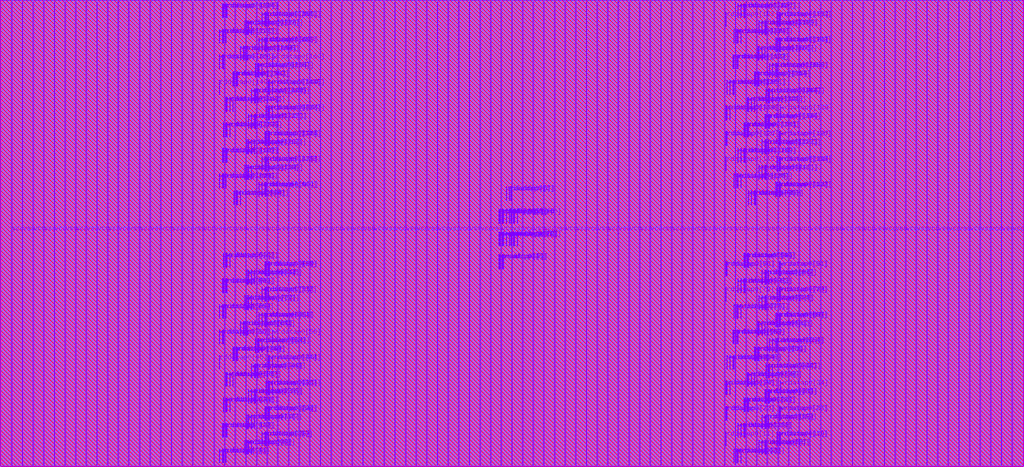
<source format=lef>
VERSION 5.8 ;
BUSBITCHARS "[]" ;
DIVIDERCHAR "/" ;

UNITS
  DATABASE MICRONS 4000 ;
END UNITS

MANUFACTURINGGRID 0.0005 ;

MACRO arf184b256e1r1w0cbbehcaa4acw
  CLASS BLOCK ;
  ORIGIN 0 0 ;
  FOREIGN arf184b256e1r1w0cbbehcaa4acw 0 0 ;
  SIZE 86.4 BY 39.36 ;
  PIN ckrdp0
    DIRECTION INPUT ;
    USE SIGNAL ;
    PORT
      LAYER m7 ;
        RECT 42.728 20.52 42.772 21.72 ;
    END
  END ckrdp0
  PIN ckwrp0
    DIRECTION INPUT ;
    USE SIGNAL ;
    PORT
      LAYER m7 ;
        RECT 42.084 18.6 42.128 19.8 ;
    END
  END ckwrp0
  PIN rdaddrp0[0]
    DIRECTION INPUT ;
    USE SIGNAL ;
    PORT
      LAYER m7 ;
        RECT 43.628 20.52 43.672 21.72 ;
    END
  END rdaddrp0[0]
  PIN rdaddrp0[1]
    DIRECTION INPUT ;
    USE SIGNAL ;
    PORT
      LAYER m7 ;
        RECT 42.084 20.52 42.128 21.72 ;
    END
  END rdaddrp0[1]
  PIN rdaddrp0[2]
    DIRECTION INPUT ;
    USE SIGNAL ;
    PORT
      LAYER m7 ;
        RECT 42.172 20.52 42.216 21.72 ;
    END
  END rdaddrp0[2]
  PIN rdaddrp0[3]
    DIRECTION INPUT ;
    USE SIGNAL ;
    PORT
      LAYER m7 ;
        RECT 42.384 20.52 42.428 21.72 ;
    END
  END rdaddrp0[3]
  PIN rdaddrp0[4]
    DIRECTION INPUT ;
    USE SIGNAL ;
    PORT
      LAYER m7 ;
        RECT 42.472 20.52 42.516 21.72 ;
    END
  END rdaddrp0[4]
  PIN rdaddrp0[5]
    DIRECTION INPUT ;
    USE SIGNAL ;
    PORT
      LAYER m7 ;
        RECT 42.728 22.44 42.772 23.64 ;
    END
  END rdaddrp0[5]
  PIN rdaddrp0[6]
    DIRECTION INPUT ;
    USE SIGNAL ;
    PORT
      LAYER m7 ;
        RECT 42.984 22.44 43.028 23.64 ;
    END
  END rdaddrp0[6]
  PIN rdaddrp0[7]
    DIRECTION INPUT ;
    USE SIGNAL ;
    PORT
      LAYER m7 ;
        RECT 43.072 22.44 43.116 23.64 ;
    END
  END rdaddrp0[7]
  PIN rdaddrp0_fd
    DIRECTION INPUT ;
    USE SIGNAL ;
    PORT
      LAYER m7 ;
        RECT 42.984 20.52 43.028 21.72 ;
    END
  END rdaddrp0_fd
  PIN rdaddrp0_rd
    DIRECTION INPUT ;
    USE SIGNAL ;
    PORT
      LAYER m7 ;
        RECT 43.072 20.52 43.116 21.72 ;
    END
  END rdaddrp0_rd
  PIN rddatap0[0]
    DIRECTION OUTPUT ;
    USE SIGNAL ;
    PORT
      LAYER m7 ;
        RECT 18.772 0.24 18.816 1.44 ;
    END
  END rddatap0[0]
  PIN rddatap0[100]
    DIRECTION OUTPUT ;
    USE SIGNAL ;
    PORT
      LAYER m7 ;
        RECT 22.284 22.8 22.328 24 ;
    END
  END rddatap0[100]
  PIN rddatap0[101]
    DIRECTION OUTPUT ;
    USE SIGNAL ;
    PORT
      LAYER m7 ;
        RECT 22.372 22.8 22.416 24 ;
    END
  END rddatap0[101]
  PIN rddatap0[102]
    DIRECTION OUTPUT ;
    USE SIGNAL ;
    PORT
      LAYER m7 ;
        RECT 65.784 22.8 65.828 24 ;
    END
  END rddatap0[102]
  PIN rddatap0[103]
    DIRECTION OUTPUT ;
    USE SIGNAL ;
    PORT
      LAYER m7 ;
        RECT 65.872 22.8 65.916 24 ;
    END
  END rddatap0[103]
  PIN rddatap0[104]
    DIRECTION OUTPUT ;
    USE SIGNAL ;
    PORT
      LAYER m7 ;
        RECT 18.772 23.52 18.816 24.72 ;
    END
  END rddatap0[104]
  PIN rddatap0[105]
    DIRECTION OUTPUT ;
    USE SIGNAL ;
    PORT
      LAYER m7 ;
        RECT 18.984 23.52 19.028 24.72 ;
    END
  END rddatap0[105]
  PIN rddatap0[106]
    DIRECTION OUTPUT ;
    USE SIGNAL ;
    PORT
      LAYER m7 ;
        RECT 62.272 23.52 62.316 24.72 ;
    END
  END rddatap0[106]
  PIN rddatap0[107]
    DIRECTION OUTPUT ;
    USE SIGNAL ;
    PORT
      LAYER m7 ;
        RECT 62.528 23.52 62.572 24.72 ;
    END
  END rddatap0[107]
  PIN rddatap0[108]
    DIRECTION OUTPUT ;
    USE SIGNAL ;
    PORT
      LAYER m7 ;
        RECT 20.872 24.24 20.916 25.44 ;
    END
  END rddatap0[108]
  PIN rddatap0[109]
    DIRECTION OUTPUT ;
    USE SIGNAL ;
    PORT
      LAYER m7 ;
        RECT 21.128 24.24 21.172 25.44 ;
    END
  END rddatap0[109]
  PIN rddatap0[10]
    DIRECTION OUTPUT ;
    USE SIGNAL ;
    PORT
      LAYER m7 ;
        RECT 65.872 1.68 65.916 2.88 ;
    END
  END rddatap0[10]
  PIN rddatap0[110]
    DIRECTION OUTPUT ;
    USE SIGNAL ;
    PORT
      LAYER m7 ;
        RECT 64.584 24.24 64.628 25.44 ;
    END
  END rddatap0[110]
  PIN rddatap0[111]
    DIRECTION OUTPUT ;
    USE SIGNAL ;
    PORT
      LAYER m7 ;
        RECT 64.672 24.24 64.716 25.44 ;
    END
  END rddatap0[111]
  PIN rddatap0[112]
    DIRECTION OUTPUT ;
    USE SIGNAL ;
    PORT
      LAYER m7 ;
        RECT 22.372 24.96 22.416 26.16 ;
    END
  END rddatap0[112]
  PIN rddatap0[113]
    DIRECTION OUTPUT ;
    USE SIGNAL ;
    PORT
      LAYER m7 ;
        RECT 22.584 24.96 22.628 26.16 ;
    END
  END rddatap0[113]
  PIN rddatap0[114]
    DIRECTION OUTPUT ;
    USE SIGNAL ;
    PORT
      LAYER m7 ;
        RECT 65.872 24.96 65.916 26.16 ;
    END
  END rddatap0[114]
  PIN rddatap0[115]
    DIRECTION OUTPUT ;
    USE SIGNAL ;
    PORT
      LAYER m7 ;
        RECT 61.284 24.96 61.328 26.16 ;
    END
  END rddatap0[115]
  PIN rddatap0[116]
    DIRECTION OUTPUT ;
    USE SIGNAL ;
    PORT
      LAYER m7 ;
        RECT 18.984 25.68 19.028 26.88 ;
    END
  END rddatap0[116]
  PIN rddatap0[117]
    DIRECTION OUTPUT ;
    USE SIGNAL ;
    PORT
      LAYER m7 ;
        RECT 19.072 25.68 19.116 26.88 ;
    END
  END rddatap0[117]
  PIN rddatap0[118]
    DIRECTION OUTPUT ;
    USE SIGNAL ;
    PORT
      LAYER m7 ;
        RECT 62.784 25.68 62.828 26.88 ;
    END
  END rddatap0[118]
  PIN rddatap0[119]
    DIRECTION OUTPUT ;
    USE SIGNAL ;
    PORT
      LAYER m7 ;
        RECT 62.872 25.68 62.916 26.88 ;
    END
  END rddatap0[119]
  PIN rddatap0[11]
    DIRECTION OUTPUT ;
    USE SIGNAL ;
    PORT
      LAYER m7 ;
        RECT 61.284 1.68 61.328 2.88 ;
    END
  END rddatap0[11]
  PIN rddatap0[120]
    DIRECTION OUTPUT ;
    USE SIGNAL ;
    PORT
      LAYER m7 ;
        RECT 21.128 26.4 21.172 27.6 ;
    END
  END rddatap0[120]
  PIN rddatap0[121]
    DIRECTION OUTPUT ;
    USE SIGNAL ;
    PORT
      LAYER m7 ;
        RECT 21.384 26.4 21.428 27.6 ;
    END
  END rddatap0[121]
  PIN rddatap0[122]
    DIRECTION OUTPUT ;
    USE SIGNAL ;
    PORT
      LAYER m7 ;
        RECT 64.672 26.4 64.716 27.6 ;
    END
  END rddatap0[122]
  PIN rddatap0[123]
    DIRECTION OUTPUT ;
    USE SIGNAL ;
    PORT
      LAYER m7 ;
        RECT 64.884 26.4 64.928 27.6 ;
    END
  END rddatap0[123]
  PIN rddatap0[124]
    DIRECTION OUTPUT ;
    USE SIGNAL ;
    PORT
      LAYER m7 ;
        RECT 22.584 27.12 22.628 28.32 ;
    END
  END rddatap0[124]
  PIN rddatap0[125]
    DIRECTION OUTPUT ;
    USE SIGNAL ;
    PORT
      LAYER m7 ;
        RECT 22.672 27.12 22.716 28.32 ;
    END
  END rddatap0[125]
  PIN rddatap0[126]
    DIRECTION OUTPUT ;
    USE SIGNAL ;
    PORT
      LAYER m7 ;
        RECT 61.284 27.12 61.328 28.32 ;
    END
  END rddatap0[126]
  PIN rddatap0[127]
    DIRECTION OUTPUT ;
    USE SIGNAL ;
    PORT
      LAYER m7 ;
        RECT 61.372 27.12 61.416 28.32 ;
    END
  END rddatap0[127]
  PIN rddatap0[128]
    DIRECTION OUTPUT ;
    USE SIGNAL ;
    PORT
      LAYER m7 ;
        RECT 19.072 27.84 19.116 29.04 ;
    END
  END rddatap0[128]
  PIN rddatap0[129]
    DIRECTION OUTPUT ;
    USE SIGNAL ;
    PORT
      LAYER m7 ;
        RECT 19.328 27.84 19.372 29.04 ;
    END
  END rddatap0[129]
  PIN rddatap0[12]
    DIRECTION OUTPUT ;
    USE SIGNAL ;
    PORT
      LAYER m7 ;
        RECT 18.984 2.4 19.028 3.6 ;
    END
  END rddatap0[12]
  PIN rddatap0[130]
    DIRECTION OUTPUT ;
    USE SIGNAL ;
    PORT
      LAYER m7 ;
        RECT 63.084 27.84 63.128 29.04 ;
    END
  END rddatap0[130]
  PIN rddatap0[131]
    DIRECTION OUTPUT ;
    USE SIGNAL ;
    PORT
      LAYER m7 ;
        RECT 63.172 27.84 63.216 29.04 ;
    END
  END rddatap0[131]
  PIN rddatap0[132]
    DIRECTION OUTPUT ;
    USE SIGNAL ;
    PORT
      LAYER m7 ;
        RECT 21.384 28.56 21.428 29.76 ;
    END
  END rddatap0[132]
  PIN rddatap0[133]
    DIRECTION OUTPUT ;
    USE SIGNAL ;
    PORT
      LAYER m7 ;
        RECT 21.472 28.56 21.516 29.76 ;
    END
  END rddatap0[133]
  PIN rddatap0[134]
    DIRECTION OUTPUT ;
    USE SIGNAL ;
    PORT
      LAYER m7 ;
        RECT 64.884 28.56 64.928 29.76 ;
    END
  END rddatap0[134]
  PIN rddatap0[135]
    DIRECTION OUTPUT ;
    USE SIGNAL ;
    PORT
      LAYER m7 ;
        RECT 64.972 28.56 65.016 29.76 ;
    END
  END rddatap0[135]
  PIN rddatap0[136]
    DIRECTION OUTPUT ;
    USE SIGNAL ;
    PORT
      LAYER m7 ;
        RECT 22.672 29.28 22.716 30.48 ;
    END
  END rddatap0[136]
  PIN rddatap0[137]
    DIRECTION OUTPUT ;
    USE SIGNAL ;
    PORT
      LAYER m7 ;
        RECT 22.928 29.28 22.972 30.48 ;
    END
  END rddatap0[137]
  PIN rddatap0[138]
    DIRECTION OUTPUT ;
    USE SIGNAL ;
    PORT
      LAYER m7 ;
        RECT 61.372 29.28 61.416 30.48 ;
    END
  END rddatap0[138]
  PIN rddatap0[139]
    DIRECTION OUTPUT ;
    USE SIGNAL ;
    PORT
      LAYER m7 ;
        RECT 61.628 29.28 61.672 30.48 ;
    END
  END rddatap0[139]
  PIN rddatap0[13]
    DIRECTION OUTPUT ;
    USE SIGNAL ;
    PORT
      LAYER m7 ;
        RECT 19.072 2.4 19.116 3.6 ;
    END
  END rddatap0[13]
  PIN rddatap0[140]
    DIRECTION OUTPUT ;
    USE SIGNAL ;
    PORT
      LAYER m7 ;
        RECT 19.328 30 19.372 31.2 ;
    END
  END rddatap0[140]
  PIN rddatap0[141]
    DIRECTION OUTPUT ;
    USE SIGNAL ;
    PORT
      LAYER m7 ;
        RECT 19.584 30 19.628 31.2 ;
    END
  END rddatap0[141]
  PIN rddatap0[142]
    DIRECTION OUTPUT ;
    USE SIGNAL ;
    PORT
      LAYER m7 ;
        RECT 63.428 30 63.472 31.2 ;
    END
  END rddatap0[142]
  PIN rddatap0[143]
    DIRECTION OUTPUT ;
    USE SIGNAL ;
    PORT
      LAYER m7 ;
        RECT 63.684 30 63.728 31.2 ;
    END
  END rddatap0[143]
  PIN rddatap0[144]
    DIRECTION OUTPUT ;
    USE SIGNAL ;
    PORT
      LAYER m7 ;
        RECT 21.472 30.72 21.516 31.92 ;
    END
  END rddatap0[144]
  PIN rddatap0[145]
    DIRECTION OUTPUT ;
    USE SIGNAL ;
    PORT
      LAYER m7 ;
        RECT 21.684 30.72 21.728 31.92 ;
    END
  END rddatap0[145]
  PIN rddatap0[146]
    DIRECTION OUTPUT ;
    USE SIGNAL ;
    PORT
      LAYER m7 ;
        RECT 64.972 30.72 65.016 31.92 ;
    END
  END rddatap0[146]
  PIN rddatap0[147]
    DIRECTION OUTPUT ;
    USE SIGNAL ;
    PORT
      LAYER m7 ;
        RECT 65.228 30.72 65.272 31.92 ;
    END
  END rddatap0[147]
  PIN rddatap0[148]
    DIRECTION OUTPUT ;
    USE SIGNAL ;
    PORT
      LAYER m7 ;
        RECT 22.928 31.44 22.972 32.64 ;
    END
  END rddatap0[148]
  PIN rddatap0[149]
    DIRECTION OUTPUT ;
    USE SIGNAL ;
    PORT
      LAYER m7 ;
        RECT 18.428 31.44 18.472 32.64 ;
    END
  END rddatap0[149]
  PIN rddatap0[14]
    DIRECTION OUTPUT ;
    USE SIGNAL ;
    PORT
      LAYER m7 ;
        RECT 62.784 2.4 62.828 3.6 ;
    END
  END rddatap0[14]
  PIN rddatap0[150]
    DIRECTION OUTPUT ;
    USE SIGNAL ;
    PORT
      LAYER m7 ;
        RECT 61.884 31.44 61.928 32.64 ;
    END
  END rddatap0[150]
  PIN rddatap0[151]
    DIRECTION OUTPUT ;
    USE SIGNAL ;
    PORT
      LAYER m7 ;
        RECT 61.972 31.44 62.016 32.64 ;
    END
  END rddatap0[151]
  PIN rddatap0[152]
    DIRECTION OUTPUT ;
    USE SIGNAL ;
    PORT
      LAYER m7 ;
        RECT 19.884 32.16 19.928 33.36 ;
    END
  END rddatap0[152]
  PIN rddatap0[153]
    DIRECTION OUTPUT ;
    USE SIGNAL ;
    PORT
      LAYER m7 ;
        RECT 19.972 32.16 20.016 33.36 ;
    END
  END rddatap0[153]
  PIN rddatap0[154]
    DIRECTION OUTPUT ;
    USE SIGNAL ;
    PORT
      LAYER m7 ;
        RECT 63.984 32.16 64.028 33.36 ;
    END
  END rddatap0[154]
  PIN rddatap0[155]
    DIRECTION OUTPUT ;
    USE SIGNAL ;
    PORT
      LAYER m7 ;
        RECT 64.072 32.16 64.116 33.36 ;
    END
  END rddatap0[155]
  PIN rddatap0[156]
    DIRECTION OUTPUT ;
    USE SIGNAL ;
    PORT
      LAYER m7 ;
        RECT 21.772 32.88 21.816 34.08 ;
    END
  END rddatap0[156]
  PIN rddatap0[157]
    DIRECTION OUTPUT ;
    USE SIGNAL ;
    PORT
      LAYER m7 ;
        RECT 22.028 32.88 22.072 34.08 ;
    END
  END rddatap0[157]
  PIN rddatap0[158]
    DIRECTION OUTPUT ;
    USE SIGNAL ;
    PORT
      LAYER m7 ;
        RECT 65.484 32.88 65.528 34.08 ;
    END
  END rddatap0[158]
  PIN rddatap0[159]
    DIRECTION OUTPUT ;
    USE SIGNAL ;
    PORT
      LAYER m7 ;
        RECT 65.572 32.88 65.616 34.08 ;
    END
  END rddatap0[159]
  PIN rddatap0[15]
    DIRECTION OUTPUT ;
    USE SIGNAL ;
    PORT
      LAYER m7 ;
        RECT 62.872 2.4 62.916 3.6 ;
    END
  END rddatap0[15]
  PIN rddatap0[160]
    DIRECTION OUTPUT ;
    USE SIGNAL ;
    PORT
      LAYER m7 ;
        RECT 18.684 33.6 18.728 34.8 ;
    END
  END rddatap0[160]
  PIN rddatap0[161]
    DIRECTION OUTPUT ;
    USE SIGNAL ;
    PORT
      LAYER m7 ;
        RECT 18.772 33.6 18.816 34.8 ;
    END
  END rddatap0[161]
  PIN rddatap0[162]
    DIRECTION OUTPUT ;
    USE SIGNAL ;
    PORT
      LAYER m7 ;
        RECT 62.184 33.6 62.228 34.8 ;
    END
  END rddatap0[162]
  PIN rddatap0[163]
    DIRECTION OUTPUT ;
    USE SIGNAL ;
    PORT
      LAYER m7 ;
        RECT 62.272 33.6 62.316 34.8 ;
    END
  END rddatap0[163]
  PIN rddatap0[164]
    DIRECTION OUTPUT ;
    USE SIGNAL ;
    PORT
      LAYER m7 ;
        RECT 20.572 34.32 20.616 35.52 ;
    END
  END rddatap0[164]
  PIN rddatap0[165]
    DIRECTION OUTPUT ;
    USE SIGNAL ;
    PORT
      LAYER m7 ;
        RECT 20.784 34.32 20.828 35.52 ;
    END
  END rddatap0[165]
  PIN rddatap0[166]
    DIRECTION OUTPUT ;
    USE SIGNAL ;
    PORT
      LAYER m7 ;
        RECT 64.328 34.32 64.372 35.52 ;
    END
  END rddatap0[166]
  PIN rddatap0[167]
    DIRECTION OUTPUT ;
    USE SIGNAL ;
    PORT
      LAYER m7 ;
        RECT 64.584 34.32 64.628 35.52 ;
    END
  END rddatap0[167]
  PIN rddatap0[168]
    DIRECTION OUTPUT ;
    USE SIGNAL ;
    PORT
      LAYER m7 ;
        RECT 22.284 35.04 22.328 36.24 ;
    END
  END rddatap0[168]
  PIN rddatap0[169]
    DIRECTION OUTPUT ;
    USE SIGNAL ;
    PORT
      LAYER m7 ;
        RECT 22.372 35.04 22.416 36.24 ;
    END
  END rddatap0[169]
  PIN rddatap0[16]
    DIRECTION OUTPUT ;
    USE SIGNAL ;
    PORT
      LAYER m7 ;
        RECT 21.128 3.12 21.172 4.32 ;
    END
  END rddatap0[16]
  PIN rddatap0[170]
    DIRECTION OUTPUT ;
    USE SIGNAL ;
    PORT
      LAYER m7 ;
        RECT 65.784 35.04 65.828 36.24 ;
    END
  END rddatap0[170]
  PIN rddatap0[171]
    DIRECTION OUTPUT ;
    USE SIGNAL ;
    PORT
      LAYER m7 ;
        RECT 65.872 35.04 65.916 36.24 ;
    END
  END rddatap0[171]
  PIN rddatap0[172]
    DIRECTION OUTPUT ;
    USE SIGNAL ;
    PORT
      LAYER m7 ;
        RECT 18.772 35.76 18.816 36.96 ;
    END
  END rddatap0[172]
  PIN rddatap0[173]
    DIRECTION OUTPUT ;
    USE SIGNAL ;
    PORT
      LAYER m7 ;
        RECT 18.984 35.76 19.028 36.96 ;
    END
  END rddatap0[173]
  PIN rddatap0[174]
    DIRECTION OUTPUT ;
    USE SIGNAL ;
    PORT
      LAYER m7 ;
        RECT 62.272 35.76 62.316 36.96 ;
    END
  END rddatap0[174]
  PIN rddatap0[175]
    DIRECTION OUTPUT ;
    USE SIGNAL ;
    PORT
      LAYER m7 ;
        RECT 62.528 35.76 62.572 36.96 ;
    END
  END rddatap0[175]
  PIN rddatap0[176]
    DIRECTION OUTPUT ;
    USE SIGNAL ;
    PORT
      LAYER m7 ;
        RECT 20.872 36.48 20.916 37.68 ;
    END
  END rddatap0[176]
  PIN rddatap0[177]
    DIRECTION OUTPUT ;
    USE SIGNAL ;
    PORT
      LAYER m7 ;
        RECT 21.128 36.48 21.172 37.68 ;
    END
  END rddatap0[177]
  PIN rddatap0[178]
    DIRECTION OUTPUT ;
    USE SIGNAL ;
    PORT
      LAYER m7 ;
        RECT 64.584 36.48 64.628 37.68 ;
    END
  END rddatap0[178]
  PIN rddatap0[179]
    DIRECTION OUTPUT ;
    USE SIGNAL ;
    PORT
      LAYER m7 ;
        RECT 64.672 36.48 64.716 37.68 ;
    END
  END rddatap0[179]
  PIN rddatap0[17]
    DIRECTION OUTPUT ;
    USE SIGNAL ;
    PORT
      LAYER m7 ;
        RECT 21.384 3.12 21.428 4.32 ;
    END
  END rddatap0[17]
  PIN rddatap0[180]
    DIRECTION OUTPUT ;
    USE SIGNAL ;
    PORT
      LAYER m7 ;
        RECT 22.372 37.2 22.416 38.4 ;
    END
  END rddatap0[180]
  PIN rddatap0[181]
    DIRECTION OUTPUT ;
    USE SIGNAL ;
    PORT
      LAYER m7 ;
        RECT 22.584 37.2 22.628 38.4 ;
    END
  END rddatap0[181]
  PIN rddatap0[182]
    DIRECTION OUTPUT ;
    USE SIGNAL ;
    PORT
      LAYER m7 ;
        RECT 65.872 37.2 65.916 38.4 ;
    END
  END rddatap0[182]
  PIN rddatap0[183]
    DIRECTION OUTPUT ;
    USE SIGNAL ;
    PORT
      LAYER m7 ;
        RECT 61.284 37.2 61.328 38.4 ;
    END
  END rddatap0[183]
  PIN rddatap0[184]
    DIRECTION OUTPUT ;
    USE SIGNAL ;
    PORT
      LAYER m7 ;
        RECT 18.984 37.92 19.028 39.12 ;
    END
  END rddatap0[184]
  PIN rddatap0[185]
    DIRECTION OUTPUT ;
    USE SIGNAL ;
    PORT
      LAYER m7 ;
        RECT 19.072 37.92 19.116 39.12 ;
    END
  END rddatap0[185]
  PIN rddatap0[186]
    DIRECTION OUTPUT ;
    USE SIGNAL ;
    PORT
      LAYER m7 ;
        RECT 62.784 37.92 62.828 39.12 ;
    END
  END rddatap0[186]
  PIN rddatap0[187]
    DIRECTION OUTPUT ;
    USE SIGNAL ;
    PORT
      LAYER m7 ;
        RECT 62.872 37.92 62.916 39.12 ;
    END
  END rddatap0[187]
  PIN rddatap0[18]
    DIRECTION OUTPUT ;
    USE SIGNAL ;
    PORT
      LAYER m7 ;
        RECT 64.672 3.12 64.716 4.32 ;
    END
  END rddatap0[18]
  PIN rddatap0[19]
    DIRECTION OUTPUT ;
    USE SIGNAL ;
    PORT
      LAYER m7 ;
        RECT 64.884 3.12 64.928 4.32 ;
    END
  END rddatap0[19]
  PIN rddatap0[1]
    DIRECTION OUTPUT ;
    USE SIGNAL ;
    PORT
      LAYER m7 ;
        RECT 18.984 0.24 19.028 1.44 ;
    END
  END rddatap0[1]
  PIN rddatap0[20]
    DIRECTION OUTPUT ;
    USE SIGNAL ;
    PORT
      LAYER m7 ;
        RECT 22.584 3.84 22.628 5.04 ;
    END
  END rddatap0[20]
  PIN rddatap0[21]
    DIRECTION OUTPUT ;
    USE SIGNAL ;
    PORT
      LAYER m7 ;
        RECT 22.672 3.84 22.716 5.04 ;
    END
  END rddatap0[21]
  PIN rddatap0[22]
    DIRECTION OUTPUT ;
    USE SIGNAL ;
    PORT
      LAYER m7 ;
        RECT 61.284 3.84 61.328 5.04 ;
    END
  END rddatap0[22]
  PIN rddatap0[23]
    DIRECTION OUTPUT ;
    USE SIGNAL ;
    PORT
      LAYER m7 ;
        RECT 61.372 3.84 61.416 5.04 ;
    END
  END rddatap0[23]
  PIN rddatap0[24]
    DIRECTION OUTPUT ;
    USE SIGNAL ;
    PORT
      LAYER m7 ;
        RECT 19.072 4.56 19.116 5.76 ;
    END
  END rddatap0[24]
  PIN rddatap0[25]
    DIRECTION OUTPUT ;
    USE SIGNAL ;
    PORT
      LAYER m7 ;
        RECT 19.328 4.56 19.372 5.76 ;
    END
  END rddatap0[25]
  PIN rddatap0[26]
    DIRECTION OUTPUT ;
    USE SIGNAL ;
    PORT
      LAYER m7 ;
        RECT 63.084 4.56 63.128 5.76 ;
    END
  END rddatap0[26]
  PIN rddatap0[27]
    DIRECTION OUTPUT ;
    USE SIGNAL ;
    PORT
      LAYER m7 ;
        RECT 63.172 4.56 63.216 5.76 ;
    END
  END rddatap0[27]
  PIN rddatap0[28]
    DIRECTION OUTPUT ;
    USE SIGNAL ;
    PORT
      LAYER m7 ;
        RECT 21.384 5.28 21.428 6.48 ;
    END
  END rddatap0[28]
  PIN rddatap0[29]
    DIRECTION OUTPUT ;
    USE SIGNAL ;
    PORT
      LAYER m7 ;
        RECT 21.472 5.28 21.516 6.48 ;
    END
  END rddatap0[29]
  PIN rddatap0[2]
    DIRECTION OUTPUT ;
    USE SIGNAL ;
    PORT
      LAYER m7 ;
        RECT 62.272 0.24 62.316 1.44 ;
    END
  END rddatap0[2]
  PIN rddatap0[30]
    DIRECTION OUTPUT ;
    USE SIGNAL ;
    PORT
      LAYER m7 ;
        RECT 64.884 5.28 64.928 6.48 ;
    END
  END rddatap0[30]
  PIN rddatap0[31]
    DIRECTION OUTPUT ;
    USE SIGNAL ;
    PORT
      LAYER m7 ;
        RECT 64.972 5.28 65.016 6.48 ;
    END
  END rddatap0[31]
  PIN rddatap0[32]
    DIRECTION OUTPUT ;
    USE SIGNAL ;
    PORT
      LAYER m7 ;
        RECT 22.672 6 22.716 7.2 ;
    END
  END rddatap0[32]
  PIN rddatap0[33]
    DIRECTION OUTPUT ;
    USE SIGNAL ;
    PORT
      LAYER m7 ;
        RECT 22.928 6 22.972 7.2 ;
    END
  END rddatap0[33]
  PIN rddatap0[34]
    DIRECTION OUTPUT ;
    USE SIGNAL ;
    PORT
      LAYER m7 ;
        RECT 61.372 6 61.416 7.2 ;
    END
  END rddatap0[34]
  PIN rddatap0[35]
    DIRECTION OUTPUT ;
    USE SIGNAL ;
    PORT
      LAYER m7 ;
        RECT 61.628 6 61.672 7.2 ;
    END
  END rddatap0[35]
  PIN rddatap0[36]
    DIRECTION OUTPUT ;
    USE SIGNAL ;
    PORT
      LAYER m7 ;
        RECT 19.328 6.72 19.372 7.92 ;
    END
  END rddatap0[36]
  PIN rddatap0[37]
    DIRECTION OUTPUT ;
    USE SIGNAL ;
    PORT
      LAYER m7 ;
        RECT 19.584 6.72 19.628 7.92 ;
    END
  END rddatap0[37]
  PIN rddatap0[38]
    DIRECTION OUTPUT ;
    USE SIGNAL ;
    PORT
      LAYER m7 ;
        RECT 63.428 6.72 63.472 7.92 ;
    END
  END rddatap0[38]
  PIN rddatap0[39]
    DIRECTION OUTPUT ;
    USE SIGNAL ;
    PORT
      LAYER m7 ;
        RECT 63.684 6.72 63.728 7.92 ;
    END
  END rddatap0[39]
  PIN rddatap0[3]
    DIRECTION OUTPUT ;
    USE SIGNAL ;
    PORT
      LAYER m7 ;
        RECT 62.528 0.24 62.572 1.44 ;
    END
  END rddatap0[3]
  PIN rddatap0[40]
    DIRECTION OUTPUT ;
    USE SIGNAL ;
    PORT
      LAYER m7 ;
        RECT 21.472 7.44 21.516 8.64 ;
    END
  END rddatap0[40]
  PIN rddatap0[41]
    DIRECTION OUTPUT ;
    USE SIGNAL ;
    PORT
      LAYER m7 ;
        RECT 21.684 7.44 21.728 8.64 ;
    END
  END rddatap0[41]
  PIN rddatap0[42]
    DIRECTION OUTPUT ;
    USE SIGNAL ;
    PORT
      LAYER m7 ;
        RECT 64.972 7.44 65.016 8.64 ;
    END
  END rddatap0[42]
  PIN rddatap0[43]
    DIRECTION OUTPUT ;
    USE SIGNAL ;
    PORT
      LAYER m7 ;
        RECT 65.228 7.44 65.272 8.64 ;
    END
  END rddatap0[43]
  PIN rddatap0[44]
    DIRECTION OUTPUT ;
    USE SIGNAL ;
    PORT
      LAYER m7 ;
        RECT 22.928 8.16 22.972 9.36 ;
    END
  END rddatap0[44]
  PIN rddatap0[45]
    DIRECTION OUTPUT ;
    USE SIGNAL ;
    PORT
      LAYER m7 ;
        RECT 18.428 8.16 18.472 9.36 ;
    END
  END rddatap0[45]
  PIN rddatap0[46]
    DIRECTION OUTPUT ;
    USE SIGNAL ;
    PORT
      LAYER m7 ;
        RECT 61.884 8.16 61.928 9.36 ;
    END
  END rddatap0[46]
  PIN rddatap0[47]
    DIRECTION OUTPUT ;
    USE SIGNAL ;
    PORT
      LAYER m7 ;
        RECT 61.972 8.16 62.016 9.36 ;
    END
  END rddatap0[47]
  PIN rddatap0[48]
    DIRECTION OUTPUT ;
    USE SIGNAL ;
    PORT
      LAYER m7 ;
        RECT 19.884 8.88 19.928 10.08 ;
    END
  END rddatap0[48]
  PIN rddatap0[49]
    DIRECTION OUTPUT ;
    USE SIGNAL ;
    PORT
      LAYER m7 ;
        RECT 19.972 8.88 20.016 10.08 ;
    END
  END rddatap0[49]
  PIN rddatap0[4]
    DIRECTION OUTPUT ;
    USE SIGNAL ;
    PORT
      LAYER m7 ;
        RECT 20.872 0.96 20.916 2.16 ;
    END
  END rddatap0[4]
  PIN rddatap0[50]
    DIRECTION OUTPUT ;
    USE SIGNAL ;
    PORT
      LAYER m7 ;
        RECT 63.984 8.88 64.028 10.08 ;
    END
  END rddatap0[50]
  PIN rddatap0[51]
    DIRECTION OUTPUT ;
    USE SIGNAL ;
    PORT
      LAYER m7 ;
        RECT 64.072 8.88 64.116 10.08 ;
    END
  END rddatap0[51]
  PIN rddatap0[52]
    DIRECTION OUTPUT ;
    USE SIGNAL ;
    PORT
      LAYER m7 ;
        RECT 21.772 9.6 21.816 10.8 ;
    END
  END rddatap0[52]
  PIN rddatap0[53]
    DIRECTION OUTPUT ;
    USE SIGNAL ;
    PORT
      LAYER m7 ;
        RECT 22.028 9.6 22.072 10.8 ;
    END
  END rddatap0[53]
  PIN rddatap0[54]
    DIRECTION OUTPUT ;
    USE SIGNAL ;
    PORT
      LAYER m7 ;
        RECT 65.484 9.6 65.528 10.8 ;
    END
  END rddatap0[54]
  PIN rddatap0[55]
    DIRECTION OUTPUT ;
    USE SIGNAL ;
    PORT
      LAYER m7 ;
        RECT 65.572 9.6 65.616 10.8 ;
    END
  END rddatap0[55]
  PIN rddatap0[56]
    DIRECTION OUTPUT ;
    USE SIGNAL ;
    PORT
      LAYER m7 ;
        RECT 18.684 10.32 18.728 11.52 ;
    END
  END rddatap0[56]
  PIN rddatap0[57]
    DIRECTION OUTPUT ;
    USE SIGNAL ;
    PORT
      LAYER m7 ;
        RECT 18.772 10.32 18.816 11.52 ;
    END
  END rddatap0[57]
  PIN rddatap0[58]
    DIRECTION OUTPUT ;
    USE SIGNAL ;
    PORT
      LAYER m7 ;
        RECT 62.184 10.32 62.228 11.52 ;
    END
  END rddatap0[58]
  PIN rddatap0[59]
    DIRECTION OUTPUT ;
    USE SIGNAL ;
    PORT
      LAYER m7 ;
        RECT 62.272 10.32 62.316 11.52 ;
    END
  END rddatap0[59]
  PIN rddatap0[5]
    DIRECTION OUTPUT ;
    USE SIGNAL ;
    PORT
      LAYER m7 ;
        RECT 21.128 0.96 21.172 2.16 ;
    END
  END rddatap0[5]
  PIN rddatap0[60]
    DIRECTION OUTPUT ;
    USE SIGNAL ;
    PORT
      LAYER m7 ;
        RECT 20.572 11.04 20.616 12.24 ;
    END
  END rddatap0[60]
  PIN rddatap0[61]
    DIRECTION OUTPUT ;
    USE SIGNAL ;
    PORT
      LAYER m7 ;
        RECT 20.784 11.04 20.828 12.24 ;
    END
  END rddatap0[61]
  PIN rddatap0[62]
    DIRECTION OUTPUT ;
    USE SIGNAL ;
    PORT
      LAYER m7 ;
        RECT 64.328 11.04 64.372 12.24 ;
    END
  END rddatap0[62]
  PIN rddatap0[63]
    DIRECTION OUTPUT ;
    USE SIGNAL ;
    PORT
      LAYER m7 ;
        RECT 64.584 11.04 64.628 12.24 ;
    END
  END rddatap0[63]
  PIN rddatap0[64]
    DIRECTION OUTPUT ;
    USE SIGNAL ;
    PORT
      LAYER m7 ;
        RECT 22.284 11.76 22.328 12.96 ;
    END
  END rddatap0[64]
  PIN rddatap0[65]
    DIRECTION OUTPUT ;
    USE SIGNAL ;
    PORT
      LAYER m7 ;
        RECT 22.372 11.76 22.416 12.96 ;
    END
  END rddatap0[65]
  PIN rddatap0[66]
    DIRECTION OUTPUT ;
    USE SIGNAL ;
    PORT
      LAYER m7 ;
        RECT 65.784 11.76 65.828 12.96 ;
    END
  END rddatap0[66]
  PIN rddatap0[67]
    DIRECTION OUTPUT ;
    USE SIGNAL ;
    PORT
      LAYER m7 ;
        RECT 65.872 11.76 65.916 12.96 ;
    END
  END rddatap0[67]
  PIN rddatap0[68]
    DIRECTION OUTPUT ;
    USE SIGNAL ;
    PORT
      LAYER m7 ;
        RECT 18.772 12.48 18.816 13.68 ;
    END
  END rddatap0[68]
  PIN rddatap0[69]
    DIRECTION OUTPUT ;
    USE SIGNAL ;
    PORT
      LAYER m7 ;
        RECT 18.984 12.48 19.028 13.68 ;
    END
  END rddatap0[69]
  PIN rddatap0[6]
    DIRECTION OUTPUT ;
    USE SIGNAL ;
    PORT
      LAYER m7 ;
        RECT 64.584 0.96 64.628 2.16 ;
    END
  END rddatap0[6]
  PIN rddatap0[70]
    DIRECTION OUTPUT ;
    USE SIGNAL ;
    PORT
      LAYER m7 ;
        RECT 62.272 12.48 62.316 13.68 ;
    END
  END rddatap0[70]
  PIN rddatap0[71]
    DIRECTION OUTPUT ;
    USE SIGNAL ;
    PORT
      LAYER m7 ;
        RECT 62.528 12.48 62.572 13.68 ;
    END
  END rddatap0[71]
  PIN rddatap0[72]
    DIRECTION OUTPUT ;
    USE SIGNAL ;
    PORT
      LAYER m7 ;
        RECT 20.872 13.2 20.916 14.4 ;
    END
  END rddatap0[72]
  PIN rddatap0[73]
    DIRECTION OUTPUT ;
    USE SIGNAL ;
    PORT
      LAYER m7 ;
        RECT 21.128 13.2 21.172 14.4 ;
    END
  END rddatap0[73]
  PIN rddatap0[74]
    DIRECTION OUTPUT ;
    USE SIGNAL ;
    PORT
      LAYER m7 ;
        RECT 64.584 13.2 64.628 14.4 ;
    END
  END rddatap0[74]
  PIN rddatap0[75]
    DIRECTION OUTPUT ;
    USE SIGNAL ;
    PORT
      LAYER m7 ;
        RECT 64.672 13.2 64.716 14.4 ;
    END
  END rddatap0[75]
  PIN rddatap0[76]
    DIRECTION OUTPUT ;
    USE SIGNAL ;
    PORT
      LAYER m7 ;
        RECT 22.372 13.92 22.416 15.12 ;
    END
  END rddatap0[76]
  PIN rddatap0[77]
    DIRECTION OUTPUT ;
    USE SIGNAL ;
    PORT
      LAYER m7 ;
        RECT 22.584 13.92 22.628 15.12 ;
    END
  END rddatap0[77]
  PIN rddatap0[78]
    DIRECTION OUTPUT ;
    USE SIGNAL ;
    PORT
      LAYER m7 ;
        RECT 65.872 13.92 65.916 15.12 ;
    END
  END rddatap0[78]
  PIN rddatap0[79]
    DIRECTION OUTPUT ;
    USE SIGNAL ;
    PORT
      LAYER m7 ;
        RECT 61.284 13.92 61.328 15.12 ;
    END
  END rddatap0[79]
  PIN rddatap0[7]
    DIRECTION OUTPUT ;
    USE SIGNAL ;
    PORT
      LAYER m7 ;
        RECT 64.672 0.96 64.716 2.16 ;
    END
  END rddatap0[7]
  PIN rddatap0[80]
    DIRECTION OUTPUT ;
    USE SIGNAL ;
    PORT
      LAYER m7 ;
        RECT 18.984 14.64 19.028 15.84 ;
    END
  END rddatap0[80]
  PIN rddatap0[81]
    DIRECTION OUTPUT ;
    USE SIGNAL ;
    PORT
      LAYER m7 ;
        RECT 19.072 14.64 19.116 15.84 ;
    END
  END rddatap0[81]
  PIN rddatap0[82]
    DIRECTION OUTPUT ;
    USE SIGNAL ;
    PORT
      LAYER m7 ;
        RECT 62.784 14.64 62.828 15.84 ;
    END
  END rddatap0[82]
  PIN rddatap0[83]
    DIRECTION OUTPUT ;
    USE SIGNAL ;
    PORT
      LAYER m7 ;
        RECT 62.872 14.64 62.916 15.84 ;
    END
  END rddatap0[83]
  PIN rddatap0[84]
    DIRECTION OUTPUT ;
    USE SIGNAL ;
    PORT
      LAYER m7 ;
        RECT 21.128 15.36 21.172 16.56 ;
    END
  END rddatap0[84]
  PIN rddatap0[85]
    DIRECTION OUTPUT ;
    USE SIGNAL ;
    PORT
      LAYER m7 ;
        RECT 21.384 15.36 21.428 16.56 ;
    END
  END rddatap0[85]
  PIN rddatap0[86]
    DIRECTION OUTPUT ;
    USE SIGNAL ;
    PORT
      LAYER m7 ;
        RECT 64.672 15.36 64.716 16.56 ;
    END
  END rddatap0[86]
  PIN rddatap0[87]
    DIRECTION OUTPUT ;
    USE SIGNAL ;
    PORT
      LAYER m7 ;
        RECT 64.884 15.36 64.928 16.56 ;
    END
  END rddatap0[87]
  PIN rddatap0[88]
    DIRECTION OUTPUT ;
    USE SIGNAL ;
    PORT
      LAYER m7 ;
        RECT 22.584 16.08 22.628 17.28 ;
    END
  END rddatap0[88]
  PIN rddatap0[89]
    DIRECTION OUTPUT ;
    USE SIGNAL ;
    PORT
      LAYER m7 ;
        RECT 22.672 16.08 22.716 17.28 ;
    END
  END rddatap0[89]
  PIN rddatap0[8]
    DIRECTION OUTPUT ;
    USE SIGNAL ;
    PORT
      LAYER m7 ;
        RECT 22.372 1.68 22.416 2.88 ;
    END
  END rddatap0[8]
  PIN rddatap0[90]
    DIRECTION OUTPUT ;
    USE SIGNAL ;
    PORT
      LAYER m7 ;
        RECT 61.284 16.08 61.328 17.28 ;
    END
  END rddatap0[90]
  PIN rddatap0[91]
    DIRECTION OUTPUT ;
    USE SIGNAL ;
    PORT
      LAYER m7 ;
        RECT 61.372 16.08 61.416 17.28 ;
    END
  END rddatap0[91]
  PIN rddatap0[92]
    DIRECTION OUTPUT ;
    USE SIGNAL ;
    PORT
      LAYER m7 ;
        RECT 19.072 16.8 19.116 18 ;
    END
  END rddatap0[92]
  PIN rddatap0[93]
    DIRECTION OUTPUT ;
    USE SIGNAL ;
    PORT
      LAYER m7 ;
        RECT 19.328 16.8 19.372 18 ;
    END
  END rddatap0[93]
  PIN rddatap0[94]
    DIRECTION OUTPUT ;
    USE SIGNAL ;
    PORT
      LAYER m7 ;
        RECT 63.084 16.8 63.128 18 ;
    END
  END rddatap0[94]
  PIN rddatap0[95]
    DIRECTION OUTPUT ;
    USE SIGNAL ;
    PORT
      LAYER m7 ;
        RECT 63.172 16.8 63.216 18 ;
    END
  END rddatap0[95]
  PIN rddatap0[96]
    DIRECTION OUTPUT ;
    USE SIGNAL ;
    PORT
      LAYER m7 ;
        RECT 19.972 22.08 20.016 23.28 ;
    END
  END rddatap0[96]
  PIN rddatap0[97]
    DIRECTION OUTPUT ;
    USE SIGNAL ;
    PORT
      LAYER m7 ;
        RECT 20.228 22.08 20.272 23.28 ;
    END
  END rddatap0[97]
  PIN rddatap0[98]
    DIRECTION OUTPUT ;
    USE SIGNAL ;
    PORT
      LAYER m7 ;
        RECT 63.684 22.08 63.728 23.28 ;
    END
  END rddatap0[98]
  PIN rddatap0[99]
    DIRECTION OUTPUT ;
    USE SIGNAL ;
    PORT
      LAYER m7 ;
        RECT 63.772 22.08 63.816 23.28 ;
    END
  END rddatap0[99]
  PIN rddatap0[9]
    DIRECTION OUTPUT ;
    USE SIGNAL ;
    PORT
      LAYER m7 ;
        RECT 22.584 1.68 22.628 2.88 ;
    END
  END rddatap0[9]
  PIN rdenp0
    DIRECTION INPUT ;
    USE SIGNAL ;
    PORT
      LAYER m7 ;
        RECT 43.284 20.52 43.328 21.72 ;
    END
  END rdenp0
  PIN sdl_initp0
    DIRECTION INPUT ;
    USE SIGNAL ;
    PORT
      LAYER m7 ;
        RECT 43.372 20.52 43.416 21.72 ;
    END
  END sdl_initp0
  PIN vcc
    DIRECTION INPUT ;
    USE POWER ;
    PORT
      LAYER m7 ;
        RECT 85.462 0.06 85.538 39.3 ;
    END
    PORT
      LAYER m7 ;
        RECT 83.662 0.06 83.738 39.3 ;
    END
    PORT
      LAYER m7 ;
        RECT 81.862 0.06 81.938 39.3 ;
    END
    PORT
      LAYER m7 ;
        RECT 80.062 0.06 80.138 39.3 ;
    END
    PORT
      LAYER m7 ;
        RECT 78.262 0.06 78.338 39.3 ;
    END
    PORT
      LAYER m7 ;
        RECT 76.462 0.06 76.538 39.3 ;
    END
    PORT
      LAYER m7 ;
        RECT 74.662 0.06 74.738 39.3 ;
    END
    PORT
      LAYER m7 ;
        RECT 72.862 0.06 72.938 39.3 ;
    END
    PORT
      LAYER m7 ;
        RECT 71.062 0.06 71.138 39.3 ;
    END
    PORT
      LAYER m7 ;
        RECT 69.262 0.06 69.338 39.3 ;
    END
    PORT
      LAYER m7 ;
        RECT 67.462 0.06 67.538 39.3 ;
    END
    PORT
      LAYER m7 ;
        RECT 65.662 0.06 65.738 39.3 ;
    END
    PORT
      LAYER m7 ;
        RECT 63.862 0.06 63.938 39.3 ;
    END
    PORT
      LAYER m7 ;
        RECT 62.062 0.06 62.138 39.3 ;
    END
    PORT
      LAYER m7 ;
        RECT 60.262 0.06 60.338 39.3 ;
    END
    PORT
      LAYER m7 ;
        RECT 58.462 0.06 58.538 39.3 ;
    END
    PORT
      LAYER m7 ;
        RECT 56.662 0.06 56.738 39.3 ;
    END
    PORT
      LAYER m7 ;
        RECT 54.862 0.06 54.938 39.3 ;
    END
    PORT
      LAYER m7 ;
        RECT 53.062 0.06 53.138 39.3 ;
    END
    PORT
      LAYER m7 ;
        RECT 51.262 0.06 51.338 39.3 ;
    END
    PORT
      LAYER m7 ;
        RECT 49.462 0.06 49.538 39.3 ;
    END
    PORT
      LAYER m7 ;
        RECT 47.662 0.06 47.738 39.3 ;
    END
    PORT
      LAYER m7 ;
        RECT 45.862 0.06 45.938 39.3 ;
    END
    PORT
      LAYER m7 ;
        RECT 44.062 0.06 44.138 39.3 ;
    END
    PORT
      LAYER m7 ;
        RECT 42.262 0.06 42.338 39.3 ;
    END
    PORT
      LAYER m7 ;
        RECT 40.462 0.06 40.538 39.3 ;
    END
    PORT
      LAYER m7 ;
        RECT 38.662 0.06 38.738 39.3 ;
    END
    PORT
      LAYER m7 ;
        RECT 36.862 0.06 36.938 39.3 ;
    END
    PORT
      LAYER m7 ;
        RECT 35.062 0.06 35.138 39.3 ;
    END
    PORT
      LAYER m7 ;
        RECT 33.262 0.06 33.338 39.3 ;
    END
    PORT
      LAYER m7 ;
        RECT 31.462 0.06 31.538 39.3 ;
    END
    PORT
      LAYER m7 ;
        RECT 29.662 0.06 29.738 39.3 ;
    END
    PORT
      LAYER m7 ;
        RECT 27.862 0.06 27.938 39.3 ;
    END
    PORT
      LAYER m7 ;
        RECT 26.062 0.06 26.138 39.3 ;
    END
    PORT
      LAYER m7 ;
        RECT 24.262 0.06 24.338 39.3 ;
    END
    PORT
      LAYER m7 ;
        RECT 22.462 0.06 22.538 39.3 ;
    END
    PORT
      LAYER m7 ;
        RECT 20.662 0.06 20.738 39.3 ;
    END
    PORT
      LAYER m7 ;
        RECT 18.862 0.06 18.938 39.3 ;
    END
    PORT
      LAYER m7 ;
        RECT 17.062 0.06 17.138 39.3 ;
    END
    PORT
      LAYER m7 ;
        RECT 15.262 0.06 15.338 39.3 ;
    END
    PORT
      LAYER m7 ;
        RECT 13.462 0.06 13.538 39.3 ;
    END
    PORT
      LAYER m7 ;
        RECT 11.662 0.06 11.738 39.3 ;
    END
    PORT
      LAYER m7 ;
        RECT 9.862 0.06 9.938 39.3 ;
    END
    PORT
      LAYER m7 ;
        RECT 8.062 0.06 8.138 39.3 ;
    END
    PORT
      LAYER m7 ;
        RECT 6.262 0.06 6.338 39.3 ;
    END
    PORT
      LAYER m7 ;
        RECT 4.462 0.06 4.538 39.3 ;
    END
    PORT
      LAYER m7 ;
        RECT 2.662 0.06 2.738 39.3 ;
    END
    PORT
      LAYER m7 ;
        RECT 0.862 0.06 0.938 39.3 ;
    END
  END vcc
  PIN vss
    DIRECTION INOUT ;
    USE GROUND ;
    PORT
      LAYER m7 ;
        RECT 84.562 0.06 84.638 39.3 ;
    END
    PORT
      LAYER m7 ;
        RECT 82.762 0.06 82.838 39.3 ;
    END
    PORT
      LAYER m7 ;
        RECT 80.962 0.06 81.038 39.3 ;
    END
    PORT
      LAYER m7 ;
        RECT 79.162 0.06 79.238 39.3 ;
    END
    PORT
      LAYER m7 ;
        RECT 77.362 0.06 77.438 39.3 ;
    END
    PORT
      LAYER m7 ;
        RECT 75.562 0.06 75.638 39.3 ;
    END
    PORT
      LAYER m7 ;
        RECT 73.762 0.06 73.838 39.3 ;
    END
    PORT
      LAYER m7 ;
        RECT 71.962 0.06 72.038 39.3 ;
    END
    PORT
      LAYER m7 ;
        RECT 70.162 0.06 70.238 39.3 ;
    END
    PORT
      LAYER m7 ;
        RECT 68.362 0.06 68.438 39.3 ;
    END
    PORT
      LAYER m7 ;
        RECT 66.562 0.06 66.638 39.3 ;
    END
    PORT
      LAYER m7 ;
        RECT 64.762 0.06 64.838 39.3 ;
    END
    PORT
      LAYER m7 ;
        RECT 62.962 0.06 63.038 39.3 ;
    END
    PORT
      LAYER m7 ;
        RECT 61.162 0.06 61.238 39.3 ;
    END
    PORT
      LAYER m7 ;
        RECT 59.362 0.06 59.438 39.3 ;
    END
    PORT
      LAYER m7 ;
        RECT 57.562 0.06 57.638 39.3 ;
    END
    PORT
      LAYER m7 ;
        RECT 55.762 0.06 55.838 39.3 ;
    END
    PORT
      LAYER m7 ;
        RECT 53.962 0.06 54.038 39.3 ;
    END
    PORT
      LAYER m7 ;
        RECT 52.162 0.06 52.238 39.3 ;
    END
    PORT
      LAYER m7 ;
        RECT 50.362 0.06 50.438 39.3 ;
    END
    PORT
      LAYER m7 ;
        RECT 48.562 0.06 48.638 39.3 ;
    END
    PORT
      LAYER m7 ;
        RECT 46.762 0.06 46.838 39.3 ;
    END
    PORT
      LAYER m7 ;
        RECT 44.962 0.06 45.038 39.3 ;
    END
    PORT
      LAYER m7 ;
        RECT 43.162 0.06 43.238 39.3 ;
    END
    PORT
      LAYER m7 ;
        RECT 41.362 0.06 41.438 39.3 ;
    END
    PORT
      LAYER m7 ;
        RECT 39.562 0.06 39.638 39.3 ;
    END
    PORT
      LAYER m7 ;
        RECT 37.762 0.06 37.838 39.3 ;
    END
    PORT
      LAYER m7 ;
        RECT 35.962 0.06 36.038 39.3 ;
    END
    PORT
      LAYER m7 ;
        RECT 34.162 0.06 34.238 39.3 ;
    END
    PORT
      LAYER m7 ;
        RECT 32.362 0.06 32.438 39.3 ;
    END
    PORT
      LAYER m7 ;
        RECT 30.562 0.06 30.638 39.3 ;
    END
    PORT
      LAYER m7 ;
        RECT 28.762 0.06 28.838 39.3 ;
    END
    PORT
      LAYER m7 ;
        RECT 26.962 0.06 27.038 39.3 ;
    END
    PORT
      LAYER m7 ;
        RECT 25.162 0.06 25.238 39.3 ;
    END
    PORT
      LAYER m7 ;
        RECT 23.362 0.06 23.438 39.3 ;
    END
    PORT
      LAYER m7 ;
        RECT 21.562 0.06 21.638 39.3 ;
    END
    PORT
      LAYER m7 ;
        RECT 19.762 0.06 19.838 39.3 ;
    END
    PORT
      LAYER m7 ;
        RECT 17.962 0.06 18.038 39.3 ;
    END
    PORT
      LAYER m7 ;
        RECT 16.162 0.06 16.238 39.3 ;
    END
    PORT
      LAYER m7 ;
        RECT 14.362 0.06 14.438 39.3 ;
    END
    PORT
      LAYER m7 ;
        RECT 12.562 0.06 12.638 39.3 ;
    END
    PORT
      LAYER m7 ;
        RECT 10.762 0.06 10.838 39.3 ;
    END
    PORT
      LAYER m7 ;
        RECT 8.962 0.06 9.038 39.3 ;
    END
    PORT
      LAYER m7 ;
        RECT 7.162 0.06 7.238 39.3 ;
    END
    PORT
      LAYER m7 ;
        RECT 5.362 0.06 5.438 39.3 ;
    END
    PORT
      LAYER m7 ;
        RECT 3.562 0.06 3.638 39.3 ;
    END
    PORT
      LAYER m7 ;
        RECT 1.762 0.06 1.838 39.3 ;
    END
  END vss
  PIN wraddrp0[0]
    DIRECTION INPUT ;
    USE SIGNAL ;
    PORT
      LAYER m7 ;
        RECT 43.072 18.6 43.116 19.8 ;
    END
  END wraddrp0[0]
  PIN wraddrp0[1]
    DIRECTION INPUT ;
    USE SIGNAL ;
    PORT
      LAYER m7 ;
        RECT 43.284 18.6 43.328 19.8 ;
    END
  END wraddrp0[1]
  PIN wraddrp0[2]
    DIRECTION INPUT ;
    USE SIGNAL ;
    PORT
      LAYER m7 ;
        RECT 43.372 18.6 43.416 19.8 ;
    END
  END wraddrp0[2]
  PIN wraddrp0[3]
    DIRECTION INPUT ;
    USE SIGNAL ;
    PORT
      LAYER m7 ;
        RECT 43.628 18.6 43.672 19.8 ;
    END
  END wraddrp0[3]
  PIN wraddrp0[4]
    DIRECTION INPUT ;
    USE SIGNAL ;
    PORT
      LAYER m7 ;
        RECT 42.084 16.68 42.128 17.88 ;
    END
  END wraddrp0[4]
  PIN wraddrp0[5]
    DIRECTION INPUT ;
    USE SIGNAL ;
    PORT
      LAYER m7 ;
        RECT 42.172 16.68 42.216 17.88 ;
    END
  END wraddrp0[5]
  PIN wraddrp0[6]
    DIRECTION INPUT ;
    USE SIGNAL ;
    PORT
      LAYER m7 ;
        RECT 42.384 16.68 42.428 17.88 ;
    END
  END wraddrp0[6]
  PIN wraddrp0[7]
    DIRECTION INPUT ;
    USE SIGNAL ;
    PORT
      LAYER m7 ;
        RECT 42.472 16.68 42.516 17.88 ;
    END
  END wraddrp0[7]
  PIN wraddrp0_fd
    DIRECTION INPUT ;
    USE SIGNAL ;
    PORT
      LAYER m7 ;
        RECT 42.172 18.6 42.216 19.8 ;
    END
  END wraddrp0_fd
  PIN wraddrp0_rd
    DIRECTION INPUT ;
    USE SIGNAL ;
    PORT
      LAYER m7 ;
        RECT 42.384 18.6 42.428 19.8 ;
    END
  END wraddrp0_rd
  PIN wrdatap0[0]
    DIRECTION INPUT ;
    USE SIGNAL ;
    PORT
      LAYER m7 ;
        RECT 18.428 0.24 18.472 1.44 ;
    END
  END wrdatap0[0]
  PIN wrdatap0[100]
    DIRECTION INPUT ;
    USE SIGNAL ;
    PORT
      LAYER m7 ;
        RECT 21.772 22.8 21.816 24 ;
    END
  END wrdatap0[100]
  PIN wrdatap0[101]
    DIRECTION INPUT ;
    USE SIGNAL ;
    PORT
      LAYER m7 ;
        RECT 22.028 22.8 22.072 24 ;
    END
  END wrdatap0[101]
  PIN wrdatap0[102]
    DIRECTION INPUT ;
    USE SIGNAL ;
    PORT
      LAYER m7 ;
        RECT 65.484 22.8 65.528 24 ;
    END
  END wrdatap0[102]
  PIN wrdatap0[103]
    DIRECTION INPUT ;
    USE SIGNAL ;
    PORT
      LAYER m7 ;
        RECT 65.572 22.8 65.616 24 ;
    END
  END wrdatap0[103]
  PIN wrdatap0[104]
    DIRECTION INPUT ;
    USE SIGNAL ;
    PORT
      LAYER m7 ;
        RECT 18.428 23.52 18.472 24.72 ;
    END
  END wrdatap0[104]
  PIN wrdatap0[105]
    DIRECTION INPUT ;
    USE SIGNAL ;
    PORT
      LAYER m7 ;
        RECT 18.684 23.52 18.728 24.72 ;
    END
  END wrdatap0[105]
  PIN wrdatap0[106]
    DIRECTION INPUT ;
    USE SIGNAL ;
    PORT
      LAYER m7 ;
        RECT 61.972 23.52 62.016 24.72 ;
    END
  END wrdatap0[106]
  PIN wrdatap0[107]
    DIRECTION INPUT ;
    USE SIGNAL ;
    PORT
      LAYER m7 ;
        RECT 62.184 23.52 62.228 24.72 ;
    END
  END wrdatap0[107]
  PIN wrdatap0[108]
    DIRECTION INPUT ;
    USE SIGNAL ;
    PORT
      LAYER m7 ;
        RECT 20.572 24.24 20.616 25.44 ;
    END
  END wrdatap0[108]
  PIN wrdatap0[109]
    DIRECTION INPUT ;
    USE SIGNAL ;
    PORT
      LAYER m7 ;
        RECT 20.784 24.24 20.828 25.44 ;
    END
  END wrdatap0[109]
  PIN wrdatap0[10]
    DIRECTION INPUT ;
    USE SIGNAL ;
    PORT
      LAYER m7 ;
        RECT 65.572 1.68 65.616 2.88 ;
    END
  END wrdatap0[10]
  PIN wrdatap0[110]
    DIRECTION INPUT ;
    USE SIGNAL ;
    PORT
      LAYER m7 ;
        RECT 64.072 24.24 64.116 25.44 ;
    END
  END wrdatap0[110]
  PIN wrdatap0[111]
    DIRECTION INPUT ;
    USE SIGNAL ;
    PORT
      LAYER m7 ;
        RECT 64.328 24.24 64.372 25.44 ;
    END
  END wrdatap0[111]
  PIN wrdatap0[112]
    DIRECTION INPUT ;
    USE SIGNAL ;
    PORT
      LAYER m7 ;
        RECT 22.028 24.96 22.072 26.16 ;
    END
  END wrdatap0[112]
  PIN wrdatap0[113]
    DIRECTION INPUT ;
    USE SIGNAL ;
    PORT
      LAYER m7 ;
        RECT 22.284 24.96 22.328 26.16 ;
    END
  END wrdatap0[113]
  PIN wrdatap0[114]
    DIRECTION INPUT ;
    USE SIGNAL ;
    PORT
      LAYER m7 ;
        RECT 65.572 24.96 65.616 26.16 ;
    END
  END wrdatap0[114]
  PIN wrdatap0[115]
    DIRECTION INPUT ;
    USE SIGNAL ;
    PORT
      LAYER m7 ;
        RECT 65.784 24.96 65.828 26.16 ;
    END
  END wrdatap0[115]
  PIN wrdatap0[116]
    DIRECTION INPUT ;
    USE SIGNAL ;
    PORT
      LAYER m7 ;
        RECT 18.684 25.68 18.728 26.88 ;
    END
  END wrdatap0[116]
  PIN wrdatap0[117]
    DIRECTION INPUT ;
    USE SIGNAL ;
    PORT
      LAYER m7 ;
        RECT 18.772 25.68 18.816 26.88 ;
    END
  END wrdatap0[117]
  PIN wrdatap0[118]
    DIRECTION INPUT ;
    USE SIGNAL ;
    PORT
      LAYER m7 ;
        RECT 62.272 25.68 62.316 26.88 ;
    END
  END wrdatap0[118]
  PIN wrdatap0[119]
    DIRECTION INPUT ;
    USE SIGNAL ;
    PORT
      LAYER m7 ;
        RECT 62.528 25.68 62.572 26.88 ;
    END
  END wrdatap0[119]
  PIN wrdatap0[11]
    DIRECTION INPUT ;
    USE SIGNAL ;
    PORT
      LAYER m7 ;
        RECT 65.784 1.68 65.828 2.88 ;
    END
  END wrdatap0[11]
  PIN wrdatap0[120]
    DIRECTION INPUT ;
    USE SIGNAL ;
    PORT
      LAYER m7 ;
        RECT 20.784 26.4 20.828 27.6 ;
    END
  END wrdatap0[120]
  PIN wrdatap0[121]
    DIRECTION INPUT ;
    USE SIGNAL ;
    PORT
      LAYER m7 ;
        RECT 20.872 26.4 20.916 27.6 ;
    END
  END wrdatap0[121]
  PIN wrdatap0[122]
    DIRECTION INPUT ;
    USE SIGNAL ;
    PORT
      LAYER m7 ;
        RECT 64.328 26.4 64.372 27.6 ;
    END
  END wrdatap0[122]
  PIN wrdatap0[123]
    DIRECTION INPUT ;
    USE SIGNAL ;
    PORT
      LAYER m7 ;
        RECT 64.584 26.4 64.628 27.6 ;
    END
  END wrdatap0[123]
  PIN wrdatap0[124]
    DIRECTION INPUT ;
    USE SIGNAL ;
    PORT
      LAYER m7 ;
        RECT 22.284 27.12 22.328 28.32 ;
    END
  END wrdatap0[124]
  PIN wrdatap0[125]
    DIRECTION INPUT ;
    USE SIGNAL ;
    PORT
      LAYER m7 ;
        RECT 22.372 27.12 22.416 28.32 ;
    END
  END wrdatap0[125]
  PIN wrdatap0[126]
    DIRECTION INPUT ;
    USE SIGNAL ;
    PORT
      LAYER m7 ;
        RECT 65.784 27.12 65.828 28.32 ;
    END
  END wrdatap0[126]
  PIN wrdatap0[127]
    DIRECTION INPUT ;
    USE SIGNAL ;
    PORT
      LAYER m7 ;
        RECT 65.872 27.12 65.916 28.32 ;
    END
  END wrdatap0[127]
  PIN wrdatap0[128]
    DIRECTION INPUT ;
    USE SIGNAL ;
    PORT
      LAYER m7 ;
        RECT 18.772 27.84 18.816 29.04 ;
    END
  END wrdatap0[128]
  PIN wrdatap0[129]
    DIRECTION INPUT ;
    USE SIGNAL ;
    PORT
      LAYER m7 ;
        RECT 18.984 27.84 19.028 29.04 ;
    END
  END wrdatap0[129]
  PIN wrdatap0[12]
    DIRECTION INPUT ;
    USE SIGNAL ;
    PORT
      LAYER m7 ;
        RECT 18.684 2.4 18.728 3.6 ;
    END
  END wrdatap0[12]
  PIN wrdatap0[130]
    DIRECTION INPUT ;
    USE SIGNAL ;
    PORT
      LAYER m7 ;
        RECT 62.784 27.84 62.828 29.04 ;
    END
  END wrdatap0[130]
  PIN wrdatap0[131]
    DIRECTION INPUT ;
    USE SIGNAL ;
    PORT
      LAYER m7 ;
        RECT 62.872 27.84 62.916 29.04 ;
    END
  END wrdatap0[131]
  PIN wrdatap0[132]
    DIRECTION INPUT ;
    USE SIGNAL ;
    PORT
      LAYER m7 ;
        RECT 20.872 28.56 20.916 29.76 ;
    END
  END wrdatap0[132]
  PIN wrdatap0[133]
    DIRECTION INPUT ;
    USE SIGNAL ;
    PORT
      LAYER m7 ;
        RECT 21.128 28.56 21.172 29.76 ;
    END
  END wrdatap0[133]
  PIN wrdatap0[134]
    DIRECTION INPUT ;
    USE SIGNAL ;
    PORT
      LAYER m7 ;
        RECT 64.584 28.56 64.628 29.76 ;
    END
  END wrdatap0[134]
  PIN wrdatap0[135]
    DIRECTION INPUT ;
    USE SIGNAL ;
    PORT
      LAYER m7 ;
        RECT 64.672 28.56 64.716 29.76 ;
    END
  END wrdatap0[135]
  PIN wrdatap0[136]
    DIRECTION INPUT ;
    USE SIGNAL ;
    PORT
      LAYER m7 ;
        RECT 22.372 29.28 22.416 30.48 ;
    END
  END wrdatap0[136]
  PIN wrdatap0[137]
    DIRECTION INPUT ;
    USE SIGNAL ;
    PORT
      LAYER m7 ;
        RECT 22.584 29.28 22.628 30.48 ;
    END
  END wrdatap0[137]
  PIN wrdatap0[138]
    DIRECTION INPUT ;
    USE SIGNAL ;
    PORT
      LAYER m7 ;
        RECT 65.872 29.28 65.916 30.48 ;
    END
  END wrdatap0[138]
  PIN wrdatap0[139]
    DIRECTION INPUT ;
    USE SIGNAL ;
    PORT
      LAYER m7 ;
        RECT 61.284 29.28 61.328 30.48 ;
    END
  END wrdatap0[139]
  PIN wrdatap0[13]
    DIRECTION INPUT ;
    USE SIGNAL ;
    PORT
      LAYER m7 ;
        RECT 18.772 2.4 18.816 3.6 ;
    END
  END wrdatap0[13]
  PIN wrdatap0[140]
    DIRECTION INPUT ;
    USE SIGNAL ;
    PORT
      LAYER m7 ;
        RECT 18.984 30 19.028 31.2 ;
    END
  END wrdatap0[140]
  PIN wrdatap0[141]
    DIRECTION INPUT ;
    USE SIGNAL ;
    PORT
      LAYER m7 ;
        RECT 19.072 30 19.116 31.2 ;
    END
  END wrdatap0[141]
  PIN wrdatap0[142]
    DIRECTION INPUT ;
    USE SIGNAL ;
    PORT
      LAYER m7 ;
        RECT 63.084 30 63.128 31.2 ;
    END
  END wrdatap0[142]
  PIN wrdatap0[143]
    DIRECTION INPUT ;
    USE SIGNAL ;
    PORT
      LAYER m7 ;
        RECT 63.172 30 63.216 31.2 ;
    END
  END wrdatap0[143]
  PIN wrdatap0[144]
    DIRECTION INPUT ;
    USE SIGNAL ;
    PORT
      LAYER m7 ;
        RECT 21.128 30.72 21.172 31.92 ;
    END
  END wrdatap0[144]
  PIN wrdatap0[145]
    DIRECTION INPUT ;
    USE SIGNAL ;
    PORT
      LAYER m7 ;
        RECT 21.384 30.72 21.428 31.92 ;
    END
  END wrdatap0[145]
  PIN wrdatap0[146]
    DIRECTION INPUT ;
    USE SIGNAL ;
    PORT
      LAYER m7 ;
        RECT 64.672 30.72 64.716 31.92 ;
    END
  END wrdatap0[146]
  PIN wrdatap0[147]
    DIRECTION INPUT ;
    USE SIGNAL ;
    PORT
      LAYER m7 ;
        RECT 64.884 30.72 64.928 31.92 ;
    END
  END wrdatap0[147]
  PIN wrdatap0[148]
    DIRECTION INPUT ;
    USE SIGNAL ;
    PORT
      LAYER m7 ;
        RECT 22.584 31.44 22.628 32.64 ;
    END
  END wrdatap0[148]
  PIN wrdatap0[149]
    DIRECTION INPUT ;
    USE SIGNAL ;
    PORT
      LAYER m7 ;
        RECT 22.672 31.44 22.716 32.64 ;
    END
  END wrdatap0[149]
  PIN wrdatap0[14]
    DIRECTION INPUT ;
    USE SIGNAL ;
    PORT
      LAYER m7 ;
        RECT 62.272 2.4 62.316 3.6 ;
    END
  END wrdatap0[14]
  PIN wrdatap0[150]
    DIRECTION INPUT ;
    USE SIGNAL ;
    PORT
      LAYER m7 ;
        RECT 61.372 31.44 61.416 32.64 ;
    END
  END wrdatap0[150]
  PIN wrdatap0[151]
    DIRECTION INPUT ;
    USE SIGNAL ;
    PORT
      LAYER m7 ;
        RECT 61.628 31.44 61.672 32.64 ;
    END
  END wrdatap0[151]
  PIN wrdatap0[152]
    DIRECTION INPUT ;
    USE SIGNAL ;
    PORT
      LAYER m7 ;
        RECT 19.584 32.16 19.628 33.36 ;
    END
  END wrdatap0[152]
  PIN wrdatap0[153]
    DIRECTION INPUT ;
    USE SIGNAL ;
    PORT
      LAYER m7 ;
        RECT 19.672 32.16 19.716 33.36 ;
    END
  END wrdatap0[153]
  PIN wrdatap0[154]
    DIRECTION INPUT ;
    USE SIGNAL ;
    PORT
      LAYER m7 ;
        RECT 63.684 32.16 63.728 33.36 ;
    END
  END wrdatap0[154]
  PIN wrdatap0[155]
    DIRECTION INPUT ;
    USE SIGNAL ;
    PORT
      LAYER m7 ;
        RECT 63.772 32.16 63.816 33.36 ;
    END
  END wrdatap0[155]
  PIN wrdatap0[156]
    DIRECTION INPUT ;
    USE SIGNAL ;
    PORT
      LAYER m7 ;
        RECT 21.472 32.88 21.516 34.08 ;
    END
  END wrdatap0[156]
  PIN wrdatap0[157]
    DIRECTION INPUT ;
    USE SIGNAL ;
    PORT
      LAYER m7 ;
        RECT 21.684 32.88 21.728 34.08 ;
    END
  END wrdatap0[157]
  PIN wrdatap0[158]
    DIRECTION INPUT ;
    USE SIGNAL ;
    PORT
      LAYER m7 ;
        RECT 64.972 32.88 65.016 34.08 ;
    END
  END wrdatap0[158]
  PIN wrdatap0[159]
    DIRECTION INPUT ;
    USE SIGNAL ;
    PORT
      LAYER m7 ;
        RECT 65.228 32.88 65.272 34.08 ;
    END
  END wrdatap0[159]
  PIN wrdatap0[15]
    DIRECTION INPUT ;
    USE SIGNAL ;
    PORT
      LAYER m7 ;
        RECT 62.528 2.4 62.572 3.6 ;
    END
  END wrdatap0[15]
  PIN wrdatap0[160]
    DIRECTION INPUT ;
    USE SIGNAL ;
    PORT
      LAYER m7 ;
        RECT 22.928 33.6 22.972 34.8 ;
    END
  END wrdatap0[160]
  PIN wrdatap0[161]
    DIRECTION INPUT ;
    USE SIGNAL ;
    PORT
      LAYER m7 ;
        RECT 18.428 33.6 18.472 34.8 ;
    END
  END wrdatap0[161]
  PIN wrdatap0[162]
    DIRECTION INPUT ;
    USE SIGNAL ;
    PORT
      LAYER m7 ;
        RECT 61.884 33.6 61.928 34.8 ;
    END
  END wrdatap0[162]
  PIN wrdatap0[163]
    DIRECTION INPUT ;
    USE SIGNAL ;
    PORT
      LAYER m7 ;
        RECT 61.972 33.6 62.016 34.8 ;
    END
  END wrdatap0[163]
  PIN wrdatap0[164]
    DIRECTION INPUT ;
    USE SIGNAL ;
    PORT
      LAYER m7 ;
        RECT 20.228 34.32 20.272 35.52 ;
    END
  END wrdatap0[164]
  PIN wrdatap0[165]
    DIRECTION INPUT ;
    USE SIGNAL ;
    PORT
      LAYER m7 ;
        RECT 20.484 34.32 20.528 35.52 ;
    END
  END wrdatap0[165]
  PIN wrdatap0[166]
    DIRECTION INPUT ;
    USE SIGNAL ;
    PORT
      LAYER m7 ;
        RECT 63.984 34.32 64.028 35.52 ;
    END
  END wrdatap0[166]
  PIN wrdatap0[167]
    DIRECTION INPUT ;
    USE SIGNAL ;
    PORT
      LAYER m7 ;
        RECT 64.072 34.32 64.116 35.52 ;
    END
  END wrdatap0[167]
  PIN wrdatap0[168]
    DIRECTION INPUT ;
    USE SIGNAL ;
    PORT
      LAYER m7 ;
        RECT 21.772 35.04 21.816 36.24 ;
    END
  END wrdatap0[168]
  PIN wrdatap0[169]
    DIRECTION INPUT ;
    USE SIGNAL ;
    PORT
      LAYER m7 ;
        RECT 22.028 35.04 22.072 36.24 ;
    END
  END wrdatap0[169]
  PIN wrdatap0[16]
    DIRECTION INPUT ;
    USE SIGNAL ;
    PORT
      LAYER m7 ;
        RECT 20.784 3.12 20.828 4.32 ;
    END
  END wrdatap0[16]
  PIN wrdatap0[170]
    DIRECTION INPUT ;
    USE SIGNAL ;
    PORT
      LAYER m7 ;
        RECT 65.484 35.04 65.528 36.24 ;
    END
  END wrdatap0[170]
  PIN wrdatap0[171]
    DIRECTION INPUT ;
    USE SIGNAL ;
    PORT
      LAYER m7 ;
        RECT 65.572 35.04 65.616 36.24 ;
    END
  END wrdatap0[171]
  PIN wrdatap0[172]
    DIRECTION INPUT ;
    USE SIGNAL ;
    PORT
      LAYER m7 ;
        RECT 18.428 35.76 18.472 36.96 ;
    END
  END wrdatap0[172]
  PIN wrdatap0[173]
    DIRECTION INPUT ;
    USE SIGNAL ;
    PORT
      LAYER m7 ;
        RECT 18.684 35.76 18.728 36.96 ;
    END
  END wrdatap0[173]
  PIN wrdatap0[174]
    DIRECTION INPUT ;
    USE SIGNAL ;
    PORT
      LAYER m7 ;
        RECT 61.972 35.76 62.016 36.96 ;
    END
  END wrdatap0[174]
  PIN wrdatap0[175]
    DIRECTION INPUT ;
    USE SIGNAL ;
    PORT
      LAYER m7 ;
        RECT 62.184 35.76 62.228 36.96 ;
    END
  END wrdatap0[175]
  PIN wrdatap0[176]
    DIRECTION INPUT ;
    USE SIGNAL ;
    PORT
      LAYER m7 ;
        RECT 20.572 36.48 20.616 37.68 ;
    END
  END wrdatap0[176]
  PIN wrdatap0[177]
    DIRECTION INPUT ;
    USE SIGNAL ;
    PORT
      LAYER m7 ;
        RECT 20.784 36.48 20.828 37.68 ;
    END
  END wrdatap0[177]
  PIN wrdatap0[178]
    DIRECTION INPUT ;
    USE SIGNAL ;
    PORT
      LAYER m7 ;
        RECT 64.072 36.48 64.116 37.68 ;
    END
  END wrdatap0[178]
  PIN wrdatap0[179]
    DIRECTION INPUT ;
    USE SIGNAL ;
    PORT
      LAYER m7 ;
        RECT 64.328 36.48 64.372 37.68 ;
    END
  END wrdatap0[179]
  PIN wrdatap0[17]
    DIRECTION INPUT ;
    USE SIGNAL ;
    PORT
      LAYER m7 ;
        RECT 20.872 3.12 20.916 4.32 ;
    END
  END wrdatap0[17]
  PIN wrdatap0[180]
    DIRECTION INPUT ;
    USE SIGNAL ;
    PORT
      LAYER m7 ;
        RECT 22.028 37.2 22.072 38.4 ;
    END
  END wrdatap0[180]
  PIN wrdatap0[181]
    DIRECTION INPUT ;
    USE SIGNAL ;
    PORT
      LAYER m7 ;
        RECT 22.284 37.2 22.328 38.4 ;
    END
  END wrdatap0[181]
  PIN wrdatap0[182]
    DIRECTION INPUT ;
    USE SIGNAL ;
    PORT
      LAYER m7 ;
        RECT 65.572 37.2 65.616 38.4 ;
    END
  END wrdatap0[182]
  PIN wrdatap0[183]
    DIRECTION INPUT ;
    USE SIGNAL ;
    PORT
      LAYER m7 ;
        RECT 65.784 37.2 65.828 38.4 ;
    END
  END wrdatap0[183]
  PIN wrdatap0[184]
    DIRECTION INPUT ;
    USE SIGNAL ;
    PORT
      LAYER m7 ;
        RECT 18.684 37.92 18.728 39.12 ;
    END
  END wrdatap0[184]
  PIN wrdatap0[185]
    DIRECTION INPUT ;
    USE SIGNAL ;
    PORT
      LAYER m7 ;
        RECT 18.772 37.92 18.816 39.12 ;
    END
  END wrdatap0[185]
  PIN wrdatap0[186]
    DIRECTION INPUT ;
    USE SIGNAL ;
    PORT
      LAYER m7 ;
        RECT 62.272 37.92 62.316 39.12 ;
    END
  END wrdatap0[186]
  PIN wrdatap0[187]
    DIRECTION INPUT ;
    USE SIGNAL ;
    PORT
      LAYER m7 ;
        RECT 62.528 37.92 62.572 39.12 ;
    END
  END wrdatap0[187]
  PIN wrdatap0[18]
    DIRECTION INPUT ;
    USE SIGNAL ;
    PORT
      LAYER m7 ;
        RECT 64.328 3.12 64.372 4.32 ;
    END
  END wrdatap0[18]
  PIN wrdatap0[19]
    DIRECTION INPUT ;
    USE SIGNAL ;
    PORT
      LAYER m7 ;
        RECT 64.584 3.12 64.628 4.32 ;
    END
  END wrdatap0[19]
  PIN wrdatap0[1]
    DIRECTION INPUT ;
    USE SIGNAL ;
    PORT
      LAYER m7 ;
        RECT 18.684 0.24 18.728 1.44 ;
    END
  END wrdatap0[1]
  PIN wrdatap0[20]
    DIRECTION INPUT ;
    USE SIGNAL ;
    PORT
      LAYER m7 ;
        RECT 22.284 3.84 22.328 5.04 ;
    END
  END wrdatap0[20]
  PIN wrdatap0[21]
    DIRECTION INPUT ;
    USE SIGNAL ;
    PORT
      LAYER m7 ;
        RECT 22.372 3.84 22.416 5.04 ;
    END
  END wrdatap0[21]
  PIN wrdatap0[22]
    DIRECTION INPUT ;
    USE SIGNAL ;
    PORT
      LAYER m7 ;
        RECT 65.784 3.84 65.828 5.04 ;
    END
  END wrdatap0[22]
  PIN wrdatap0[23]
    DIRECTION INPUT ;
    USE SIGNAL ;
    PORT
      LAYER m7 ;
        RECT 65.872 3.84 65.916 5.04 ;
    END
  END wrdatap0[23]
  PIN wrdatap0[24]
    DIRECTION INPUT ;
    USE SIGNAL ;
    PORT
      LAYER m7 ;
        RECT 18.772 4.56 18.816 5.76 ;
    END
  END wrdatap0[24]
  PIN wrdatap0[25]
    DIRECTION INPUT ;
    USE SIGNAL ;
    PORT
      LAYER m7 ;
        RECT 18.984 4.56 19.028 5.76 ;
    END
  END wrdatap0[25]
  PIN wrdatap0[26]
    DIRECTION INPUT ;
    USE SIGNAL ;
    PORT
      LAYER m7 ;
        RECT 62.784 4.56 62.828 5.76 ;
    END
  END wrdatap0[26]
  PIN wrdatap0[27]
    DIRECTION INPUT ;
    USE SIGNAL ;
    PORT
      LAYER m7 ;
        RECT 62.872 4.56 62.916 5.76 ;
    END
  END wrdatap0[27]
  PIN wrdatap0[28]
    DIRECTION INPUT ;
    USE SIGNAL ;
    PORT
      LAYER m7 ;
        RECT 20.872 5.28 20.916 6.48 ;
    END
  END wrdatap0[28]
  PIN wrdatap0[29]
    DIRECTION INPUT ;
    USE SIGNAL ;
    PORT
      LAYER m7 ;
        RECT 21.128 5.28 21.172 6.48 ;
    END
  END wrdatap0[29]
  PIN wrdatap0[2]
    DIRECTION INPUT ;
    USE SIGNAL ;
    PORT
      LAYER m7 ;
        RECT 61.972 0.24 62.016 1.44 ;
    END
  END wrdatap0[2]
  PIN wrdatap0[30]
    DIRECTION INPUT ;
    USE SIGNAL ;
    PORT
      LAYER m7 ;
        RECT 64.584 5.28 64.628 6.48 ;
    END
  END wrdatap0[30]
  PIN wrdatap0[31]
    DIRECTION INPUT ;
    USE SIGNAL ;
    PORT
      LAYER m7 ;
        RECT 64.672 5.28 64.716 6.48 ;
    END
  END wrdatap0[31]
  PIN wrdatap0[32]
    DIRECTION INPUT ;
    USE SIGNAL ;
    PORT
      LAYER m7 ;
        RECT 22.372 6 22.416 7.2 ;
    END
  END wrdatap0[32]
  PIN wrdatap0[33]
    DIRECTION INPUT ;
    USE SIGNAL ;
    PORT
      LAYER m7 ;
        RECT 22.584 6 22.628 7.2 ;
    END
  END wrdatap0[33]
  PIN wrdatap0[34]
    DIRECTION INPUT ;
    USE SIGNAL ;
    PORT
      LAYER m7 ;
        RECT 65.872 6 65.916 7.2 ;
    END
  END wrdatap0[34]
  PIN wrdatap0[35]
    DIRECTION INPUT ;
    USE SIGNAL ;
    PORT
      LAYER m7 ;
        RECT 61.284 6 61.328 7.2 ;
    END
  END wrdatap0[35]
  PIN wrdatap0[36]
    DIRECTION INPUT ;
    USE SIGNAL ;
    PORT
      LAYER m7 ;
        RECT 18.984 6.72 19.028 7.92 ;
    END
  END wrdatap0[36]
  PIN wrdatap0[37]
    DIRECTION INPUT ;
    USE SIGNAL ;
    PORT
      LAYER m7 ;
        RECT 19.072 6.72 19.116 7.92 ;
    END
  END wrdatap0[37]
  PIN wrdatap0[38]
    DIRECTION INPUT ;
    USE SIGNAL ;
    PORT
      LAYER m7 ;
        RECT 63.084 6.72 63.128 7.92 ;
    END
  END wrdatap0[38]
  PIN wrdatap0[39]
    DIRECTION INPUT ;
    USE SIGNAL ;
    PORT
      LAYER m7 ;
        RECT 63.172 6.72 63.216 7.92 ;
    END
  END wrdatap0[39]
  PIN wrdatap0[3]
    DIRECTION INPUT ;
    USE SIGNAL ;
    PORT
      LAYER m7 ;
        RECT 62.184 0.24 62.228 1.44 ;
    END
  END wrdatap0[3]
  PIN wrdatap0[40]
    DIRECTION INPUT ;
    USE SIGNAL ;
    PORT
      LAYER m7 ;
        RECT 21.128 7.44 21.172 8.64 ;
    END
  END wrdatap0[40]
  PIN wrdatap0[41]
    DIRECTION INPUT ;
    USE SIGNAL ;
    PORT
      LAYER m7 ;
        RECT 21.384 7.44 21.428 8.64 ;
    END
  END wrdatap0[41]
  PIN wrdatap0[42]
    DIRECTION INPUT ;
    USE SIGNAL ;
    PORT
      LAYER m7 ;
        RECT 64.672 7.44 64.716 8.64 ;
    END
  END wrdatap0[42]
  PIN wrdatap0[43]
    DIRECTION INPUT ;
    USE SIGNAL ;
    PORT
      LAYER m7 ;
        RECT 64.884 7.44 64.928 8.64 ;
    END
  END wrdatap0[43]
  PIN wrdatap0[44]
    DIRECTION INPUT ;
    USE SIGNAL ;
    PORT
      LAYER m7 ;
        RECT 22.584 8.16 22.628 9.36 ;
    END
  END wrdatap0[44]
  PIN wrdatap0[45]
    DIRECTION INPUT ;
    USE SIGNAL ;
    PORT
      LAYER m7 ;
        RECT 22.672 8.16 22.716 9.36 ;
    END
  END wrdatap0[45]
  PIN wrdatap0[46]
    DIRECTION INPUT ;
    USE SIGNAL ;
    PORT
      LAYER m7 ;
        RECT 61.372 8.16 61.416 9.36 ;
    END
  END wrdatap0[46]
  PIN wrdatap0[47]
    DIRECTION INPUT ;
    USE SIGNAL ;
    PORT
      LAYER m7 ;
        RECT 61.628 8.16 61.672 9.36 ;
    END
  END wrdatap0[47]
  PIN wrdatap0[48]
    DIRECTION INPUT ;
    USE SIGNAL ;
    PORT
      LAYER m7 ;
        RECT 19.584 8.88 19.628 10.08 ;
    END
  END wrdatap0[48]
  PIN wrdatap0[49]
    DIRECTION INPUT ;
    USE SIGNAL ;
    PORT
      LAYER m7 ;
        RECT 19.672 8.88 19.716 10.08 ;
    END
  END wrdatap0[49]
  PIN wrdatap0[4]
    DIRECTION INPUT ;
    USE SIGNAL ;
    PORT
      LAYER m7 ;
        RECT 20.572 0.96 20.616 2.16 ;
    END
  END wrdatap0[4]
  PIN wrdatap0[50]
    DIRECTION INPUT ;
    USE SIGNAL ;
    PORT
      LAYER m7 ;
        RECT 63.684 8.88 63.728 10.08 ;
    END
  END wrdatap0[50]
  PIN wrdatap0[51]
    DIRECTION INPUT ;
    USE SIGNAL ;
    PORT
      LAYER m7 ;
        RECT 63.772 8.88 63.816 10.08 ;
    END
  END wrdatap0[51]
  PIN wrdatap0[52]
    DIRECTION INPUT ;
    USE SIGNAL ;
    PORT
      LAYER m7 ;
        RECT 21.472 9.6 21.516 10.8 ;
    END
  END wrdatap0[52]
  PIN wrdatap0[53]
    DIRECTION INPUT ;
    USE SIGNAL ;
    PORT
      LAYER m7 ;
        RECT 21.684 9.6 21.728 10.8 ;
    END
  END wrdatap0[53]
  PIN wrdatap0[54]
    DIRECTION INPUT ;
    USE SIGNAL ;
    PORT
      LAYER m7 ;
        RECT 64.972 9.6 65.016 10.8 ;
    END
  END wrdatap0[54]
  PIN wrdatap0[55]
    DIRECTION INPUT ;
    USE SIGNAL ;
    PORT
      LAYER m7 ;
        RECT 65.228 9.6 65.272 10.8 ;
    END
  END wrdatap0[55]
  PIN wrdatap0[56]
    DIRECTION INPUT ;
    USE SIGNAL ;
    PORT
      LAYER m7 ;
        RECT 22.928 10.32 22.972 11.52 ;
    END
  END wrdatap0[56]
  PIN wrdatap0[57]
    DIRECTION INPUT ;
    USE SIGNAL ;
    PORT
      LAYER m7 ;
        RECT 18.428 10.32 18.472 11.52 ;
    END
  END wrdatap0[57]
  PIN wrdatap0[58]
    DIRECTION INPUT ;
    USE SIGNAL ;
    PORT
      LAYER m7 ;
        RECT 61.884 10.32 61.928 11.52 ;
    END
  END wrdatap0[58]
  PIN wrdatap0[59]
    DIRECTION INPUT ;
    USE SIGNAL ;
    PORT
      LAYER m7 ;
        RECT 61.972 10.32 62.016 11.52 ;
    END
  END wrdatap0[59]
  PIN wrdatap0[5]
    DIRECTION INPUT ;
    USE SIGNAL ;
    PORT
      LAYER m7 ;
        RECT 20.784 0.96 20.828 2.16 ;
    END
  END wrdatap0[5]
  PIN wrdatap0[60]
    DIRECTION INPUT ;
    USE SIGNAL ;
    PORT
      LAYER m7 ;
        RECT 20.228 11.04 20.272 12.24 ;
    END
  END wrdatap0[60]
  PIN wrdatap0[61]
    DIRECTION INPUT ;
    USE SIGNAL ;
    PORT
      LAYER m7 ;
        RECT 20.484 11.04 20.528 12.24 ;
    END
  END wrdatap0[61]
  PIN wrdatap0[62]
    DIRECTION INPUT ;
    USE SIGNAL ;
    PORT
      LAYER m7 ;
        RECT 63.984 11.04 64.028 12.24 ;
    END
  END wrdatap0[62]
  PIN wrdatap0[63]
    DIRECTION INPUT ;
    USE SIGNAL ;
    PORT
      LAYER m7 ;
        RECT 64.072 11.04 64.116 12.24 ;
    END
  END wrdatap0[63]
  PIN wrdatap0[64]
    DIRECTION INPUT ;
    USE SIGNAL ;
    PORT
      LAYER m7 ;
        RECT 21.772 11.76 21.816 12.96 ;
    END
  END wrdatap0[64]
  PIN wrdatap0[65]
    DIRECTION INPUT ;
    USE SIGNAL ;
    PORT
      LAYER m7 ;
        RECT 22.028 11.76 22.072 12.96 ;
    END
  END wrdatap0[65]
  PIN wrdatap0[66]
    DIRECTION INPUT ;
    USE SIGNAL ;
    PORT
      LAYER m7 ;
        RECT 65.484 11.76 65.528 12.96 ;
    END
  END wrdatap0[66]
  PIN wrdatap0[67]
    DIRECTION INPUT ;
    USE SIGNAL ;
    PORT
      LAYER m7 ;
        RECT 65.572 11.76 65.616 12.96 ;
    END
  END wrdatap0[67]
  PIN wrdatap0[68]
    DIRECTION INPUT ;
    USE SIGNAL ;
    PORT
      LAYER m7 ;
        RECT 18.428 12.48 18.472 13.68 ;
    END
  END wrdatap0[68]
  PIN wrdatap0[69]
    DIRECTION INPUT ;
    USE SIGNAL ;
    PORT
      LAYER m7 ;
        RECT 18.684 12.48 18.728 13.68 ;
    END
  END wrdatap0[69]
  PIN wrdatap0[6]
    DIRECTION INPUT ;
    USE SIGNAL ;
    PORT
      LAYER m7 ;
        RECT 64.072 0.96 64.116 2.16 ;
    END
  END wrdatap0[6]
  PIN wrdatap0[70]
    DIRECTION INPUT ;
    USE SIGNAL ;
    PORT
      LAYER m7 ;
        RECT 61.972 12.48 62.016 13.68 ;
    END
  END wrdatap0[70]
  PIN wrdatap0[71]
    DIRECTION INPUT ;
    USE SIGNAL ;
    PORT
      LAYER m7 ;
        RECT 62.184 12.48 62.228 13.68 ;
    END
  END wrdatap0[71]
  PIN wrdatap0[72]
    DIRECTION INPUT ;
    USE SIGNAL ;
    PORT
      LAYER m7 ;
        RECT 20.572 13.2 20.616 14.4 ;
    END
  END wrdatap0[72]
  PIN wrdatap0[73]
    DIRECTION INPUT ;
    USE SIGNAL ;
    PORT
      LAYER m7 ;
        RECT 20.784 13.2 20.828 14.4 ;
    END
  END wrdatap0[73]
  PIN wrdatap0[74]
    DIRECTION INPUT ;
    USE SIGNAL ;
    PORT
      LAYER m7 ;
        RECT 64.072 13.2 64.116 14.4 ;
    END
  END wrdatap0[74]
  PIN wrdatap0[75]
    DIRECTION INPUT ;
    USE SIGNAL ;
    PORT
      LAYER m7 ;
        RECT 64.328 13.2 64.372 14.4 ;
    END
  END wrdatap0[75]
  PIN wrdatap0[76]
    DIRECTION INPUT ;
    USE SIGNAL ;
    PORT
      LAYER m7 ;
        RECT 22.028 13.92 22.072 15.12 ;
    END
  END wrdatap0[76]
  PIN wrdatap0[77]
    DIRECTION INPUT ;
    USE SIGNAL ;
    PORT
      LAYER m7 ;
        RECT 22.284 13.92 22.328 15.12 ;
    END
  END wrdatap0[77]
  PIN wrdatap0[78]
    DIRECTION INPUT ;
    USE SIGNAL ;
    PORT
      LAYER m7 ;
        RECT 65.572 13.92 65.616 15.12 ;
    END
  END wrdatap0[78]
  PIN wrdatap0[79]
    DIRECTION INPUT ;
    USE SIGNAL ;
    PORT
      LAYER m7 ;
        RECT 65.784 13.92 65.828 15.12 ;
    END
  END wrdatap0[79]
  PIN wrdatap0[7]
    DIRECTION INPUT ;
    USE SIGNAL ;
    PORT
      LAYER m7 ;
        RECT 64.328 0.96 64.372 2.16 ;
    END
  END wrdatap0[7]
  PIN wrdatap0[80]
    DIRECTION INPUT ;
    USE SIGNAL ;
    PORT
      LAYER m7 ;
        RECT 18.684 14.64 18.728 15.84 ;
    END
  END wrdatap0[80]
  PIN wrdatap0[81]
    DIRECTION INPUT ;
    USE SIGNAL ;
    PORT
      LAYER m7 ;
        RECT 18.772 14.64 18.816 15.84 ;
    END
  END wrdatap0[81]
  PIN wrdatap0[82]
    DIRECTION INPUT ;
    USE SIGNAL ;
    PORT
      LAYER m7 ;
        RECT 62.272 14.64 62.316 15.84 ;
    END
  END wrdatap0[82]
  PIN wrdatap0[83]
    DIRECTION INPUT ;
    USE SIGNAL ;
    PORT
      LAYER m7 ;
        RECT 62.528 14.64 62.572 15.84 ;
    END
  END wrdatap0[83]
  PIN wrdatap0[84]
    DIRECTION INPUT ;
    USE SIGNAL ;
    PORT
      LAYER m7 ;
        RECT 20.784 15.36 20.828 16.56 ;
    END
  END wrdatap0[84]
  PIN wrdatap0[85]
    DIRECTION INPUT ;
    USE SIGNAL ;
    PORT
      LAYER m7 ;
        RECT 20.872 15.36 20.916 16.56 ;
    END
  END wrdatap0[85]
  PIN wrdatap0[86]
    DIRECTION INPUT ;
    USE SIGNAL ;
    PORT
      LAYER m7 ;
        RECT 64.328 15.36 64.372 16.56 ;
    END
  END wrdatap0[86]
  PIN wrdatap0[87]
    DIRECTION INPUT ;
    USE SIGNAL ;
    PORT
      LAYER m7 ;
        RECT 64.584 15.36 64.628 16.56 ;
    END
  END wrdatap0[87]
  PIN wrdatap0[88]
    DIRECTION INPUT ;
    USE SIGNAL ;
    PORT
      LAYER m7 ;
        RECT 22.284 16.08 22.328 17.28 ;
    END
  END wrdatap0[88]
  PIN wrdatap0[89]
    DIRECTION INPUT ;
    USE SIGNAL ;
    PORT
      LAYER m7 ;
        RECT 22.372 16.08 22.416 17.28 ;
    END
  END wrdatap0[89]
  PIN wrdatap0[8]
    DIRECTION INPUT ;
    USE SIGNAL ;
    PORT
      LAYER m7 ;
        RECT 22.028 1.68 22.072 2.88 ;
    END
  END wrdatap0[8]
  PIN wrdatap0[90]
    DIRECTION INPUT ;
    USE SIGNAL ;
    PORT
      LAYER m7 ;
        RECT 65.784 16.08 65.828 17.28 ;
    END
  END wrdatap0[90]
  PIN wrdatap0[91]
    DIRECTION INPUT ;
    USE SIGNAL ;
    PORT
      LAYER m7 ;
        RECT 65.872 16.08 65.916 17.28 ;
    END
  END wrdatap0[91]
  PIN wrdatap0[92]
    DIRECTION INPUT ;
    USE SIGNAL ;
    PORT
      LAYER m7 ;
        RECT 18.772 16.8 18.816 18 ;
    END
  END wrdatap0[92]
  PIN wrdatap0[93]
    DIRECTION INPUT ;
    USE SIGNAL ;
    PORT
      LAYER m7 ;
        RECT 18.984 16.8 19.028 18 ;
    END
  END wrdatap0[93]
  PIN wrdatap0[94]
    DIRECTION INPUT ;
    USE SIGNAL ;
    PORT
      LAYER m7 ;
        RECT 62.784 16.8 62.828 18 ;
    END
  END wrdatap0[94]
  PIN wrdatap0[95]
    DIRECTION INPUT ;
    USE SIGNAL ;
    PORT
      LAYER m7 ;
        RECT 62.872 16.8 62.916 18 ;
    END
  END wrdatap0[95]
  PIN wrdatap0[96]
    DIRECTION INPUT ;
    USE SIGNAL ;
    PORT
      LAYER m7 ;
        RECT 19.672 22.08 19.716 23.28 ;
    END
  END wrdatap0[96]
  PIN wrdatap0[97]
    DIRECTION INPUT ;
    USE SIGNAL ;
    PORT
      LAYER m7 ;
        RECT 19.884 22.08 19.928 23.28 ;
    END
  END wrdatap0[97]
  PIN wrdatap0[98]
    DIRECTION INPUT ;
    USE SIGNAL ;
    PORT
      LAYER m7 ;
        RECT 63.172 22.08 63.216 23.28 ;
    END
  END wrdatap0[98]
  PIN wrdatap0[99]
    DIRECTION INPUT ;
    USE SIGNAL ;
    PORT
      LAYER m7 ;
        RECT 63.428 22.08 63.472 23.28 ;
    END
  END wrdatap0[99]
  PIN wrdatap0[9]
    DIRECTION INPUT ;
    USE SIGNAL ;
    PORT
      LAYER m7 ;
        RECT 22.284 1.68 22.328 2.88 ;
    END
  END wrdatap0[9]
  PIN wrdatap0_fd
    DIRECTION INPUT ;
    USE SIGNAL ;
    PORT
      LAYER m7 ;
        RECT 42.728 18.6 42.772 19.8 ;
    END
  END wrdatap0_fd
  PIN wrdatap0_rd
    DIRECTION INPUT ;
    USE SIGNAL ;
    PORT
      LAYER m7 ;
        RECT 42.984 18.6 43.028 19.8 ;
    END
  END wrdatap0_rd
  PIN wrenp0
    DIRECTION INPUT ;
    USE SIGNAL ;
    PORT
      LAYER m7 ;
        RECT 42.472 18.6 42.516 19.8 ;
    END
  END wrenp0
  OBS
    LAYER m0 SPACING 0 ;
      RECT 0 0 86.4 39.36 ;
    LAYER m1 SPACING 0 ;
      RECT 0 0 86.4 39.36 ;
    LAYER m2 SPACING 0 ;
      RECT -0.0705 -0.038 86.4705 39.398 ;
    LAYER m3 SPACING 0 ;
      RECT -0.035 -0.07 86.435 39.43 ;
    LAYER m4 SPACING 0 ;
      RECT -0.07 -0.038 86.47 39.398 ;
    LAYER m5 SPACING 0 ;
      RECT -0.059 -0.09 86.459 39.45 ;
    LAYER m6 SPACING 0 ;
      RECT -0.09 -0.062 86.49 39.422 ;
    LAYER m7 SPACING 0 ;
      RECT -0.092 -0.06 86.492 39.42 ;
  END
END arf184b256e1r1w0cbbehcaa4acw
END LIBRARY

</source>
